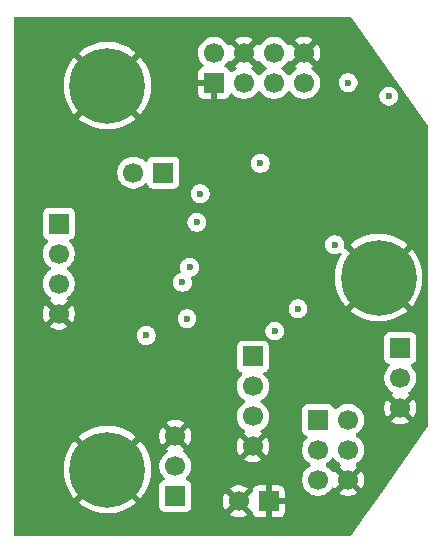
<source format=gbr>
%TF.GenerationSoftware,KiCad,Pcbnew,9.0.6*%
%TF.CreationDate,2025-12-13T14:25:23+01:00*%
%TF.ProjectId,SB_Mod_SR04,53425f4d-6f64-45f5-9352-30342e6b6963,rev?*%
%TF.SameCoordinates,Original*%
%TF.FileFunction,Copper,L3,Inr*%
%TF.FilePolarity,Positive*%
%FSLAX46Y46*%
G04 Gerber Fmt 4.6, Leading zero omitted, Abs format (unit mm)*
G04 Created by KiCad (PCBNEW 9.0.6) date 2025-12-13 14:25:23*
%MOMM*%
%LPD*%
G01*
G04 APERTURE LIST*
%TA.AperFunction,ComponentPad*%
%ADD10R,1.700000X1.700000*%
%TD*%
%TA.AperFunction,ComponentPad*%
%ADD11C,1.700000*%
%TD*%
%TA.AperFunction,ComponentPad*%
%ADD12C,6.400000*%
%TD*%
%TA.AperFunction,ViaPad*%
%ADD13C,0.600000*%
%TD*%
G04 APERTURE END LIST*
D10*
%TO.N,GND*%
%TO.C,J2*%
X122255200Y-117195600D03*
D11*
X119715200Y-117195600D03*
%TD*%
D10*
%TO.N,/SB_ACT*%
%TO.C,J3*%
X120929400Y-104927400D03*
D11*
%TO.N,/SB_DAT*%
X120929400Y-107467400D03*
%TO.N,/SB_CLK*%
X120929400Y-110007400D03*
%TO.N,GND*%
X120929400Y-112547400D03*
%TD*%
D10*
%TO.N,GND*%
%TO.C,SB1*%
X117627400Y-81762600D03*
D11*
%TO.N,+5V*%
X117627400Y-79222600D03*
%TO.N,/SB_CLK*%
X120167400Y-81762600D03*
%TO.N,GND*%
X120167400Y-79222600D03*
%TO.N,/SB_DAT*%
X122707400Y-81762600D03*
%TO.N,/SB_ACT*%
X122707400Y-79222600D03*
%TO.N,+5V*%
X125247400Y-81762600D03*
%TO.N,GND*%
X125247400Y-79222600D03*
%TD*%
D10*
%TO.N,/UPDI*%
%TO.C,J1*%
X133400800Y-104216200D03*
D11*
%TO.N,/PROG_TX*%
X133400800Y-106756200D03*
%TO.N,GND*%
X133400800Y-109296200D03*
%TD*%
D12*
%TO.N,GND*%
%TO.C,H3*%
X108600000Y-114500000D03*
%TD*%
D10*
%TO.N,/A6*%
%TO.C,J5*%
X113334800Y-89357200D03*
D11*
%TO.N,/A7*%
X110794800Y-89357200D03*
%TD*%
D10*
%TO.N,+5V*%
%TO.C,A1*%
X104493500Y-93679000D03*
D11*
%TO.N,/TRIG*%
X104493500Y-96219000D03*
%TO.N,/ECHO*%
X104493500Y-98759000D03*
%TO.N,GND*%
X104493500Y-101299000D03*
%TD*%
D10*
%TO.N,/TX*%
%TO.C,J4*%
X114350800Y-116738400D03*
D11*
%TO.N,/RX*%
X114350800Y-114198400D03*
%TO.N,GND*%
X114350800Y-111658400D03*
%TD*%
D12*
%TO.N,GND*%
%TO.C,H1*%
X108600000Y-82000000D03*
%TD*%
D10*
%TO.N,/UPDI*%
%TO.C,CONN1*%
X126441200Y-110286800D03*
D11*
%TO.N,+5V*%
X128981200Y-110286800D03*
%TO.N,unconnected-(CONN1-nc-Pad3)*%
X126441200Y-112826800D03*
%TO.N,unconnected-(CONN1-nc-Pad4)*%
X128981200Y-112826800D03*
%TO.N,unconnected-(CONN1-nc-Pad5)*%
X126441200Y-115366800D03*
%TO.N,GND*%
X128981200Y-115366800D03*
%TD*%
D12*
%TO.N,GND*%
%TO.C,H2*%
X131572000Y-98250000D03*
%TD*%
D13*
%TO.N,GND*%
X128930400Y-105232200D03*
X107950000Y-100838000D03*
X104775000Y-91186000D03*
X124002800Y-104368600D03*
X109499400Y-94310200D03*
X132664200Y-84810600D03*
X114909600Y-106502200D03*
X123190000Y-91059000D03*
X125780800Y-101828600D03*
X128981200Y-84404200D03*
X126771400Y-92354400D03*
X108458000Y-107823000D03*
X113969800Y-99593400D03*
X113004600Y-96316800D03*
X126847600Y-84404200D03*
%TO.N,+5V*%
X116459000Y-91135200D03*
X128981200Y-81737200D03*
X121539000Y-88569800D03*
X127838200Y-95453200D03*
X132435600Y-82880200D03*
X116179600Y-93573600D03*
%TO.N,/ACT_LED*%
X111887000Y-103149400D03*
X122783600Y-102768400D03*
%TO.N,/ALERT_LED*%
X124739400Y-100888800D03*
X115341400Y-101727000D03*
%TO.N,/A6*%
X115560400Y-97383600D03*
%TO.N,/A7*%
X114960400Y-98653600D03*
%TD*%
%TA.AperFunction,Conductor*%
%TO.N,GND*%
G36*
X127782644Y-113480799D02*
G01*
X127821686Y-113525856D01*
X127826151Y-113534620D01*
X127951090Y-113706586D01*
X128101413Y-113856909D01*
X128273379Y-113981848D01*
X128273381Y-113981849D01*
X128273384Y-113981851D01*
X128282693Y-113986594D01*
X128333490Y-114034566D01*
X128350287Y-114102387D01*
X128327752Y-114168522D01*
X128282705Y-114207560D01*
X128273646Y-114212176D01*
X128273640Y-114212180D01*
X128219482Y-114251527D01*
X128219482Y-114251528D01*
X128851791Y-114883837D01*
X128788207Y-114900875D01*
X128674193Y-114966701D01*
X128581101Y-115059793D01*
X128515275Y-115173807D01*
X128498237Y-115237391D01*
X127865928Y-114605082D01*
X127865927Y-114605082D01*
X127826580Y-114659240D01*
X127826576Y-114659246D01*
X127821960Y-114668305D01*
X127773981Y-114719097D01*
X127706159Y-114735887D01*
X127640026Y-114713343D01*
X127600994Y-114668293D01*
X127596251Y-114658984D01*
X127596249Y-114658981D01*
X127596248Y-114658979D01*
X127471309Y-114487013D01*
X127320986Y-114336690D01*
X127149020Y-114211751D01*
X127140800Y-114207563D01*
X127140254Y-114207285D01*
X127089459Y-114159312D01*
X127072663Y-114091492D01*
X127095199Y-114025356D01*
X127140254Y-113986315D01*
X127149016Y-113981851D01*
X127265254Y-113897400D01*
X127320986Y-113856909D01*
X127320988Y-113856906D01*
X127320992Y-113856904D01*
X127471304Y-113706592D01*
X127471306Y-113706588D01*
X127471309Y-113706586D01*
X127596248Y-113534620D01*
X127596247Y-113534620D01*
X127596251Y-113534616D01*
X127600714Y-113525854D01*
X127648688Y-113475059D01*
X127716508Y-113458263D01*
X127782644Y-113480799D01*
G37*
%TD.AperFunction*%
%TA.AperFunction,Conductor*%
G36*
X121282670Y-79984317D02*
G01*
X121282670Y-79984316D01*
X121322022Y-79930155D01*
X121326632Y-79921107D01*
X121374605Y-79870309D01*
X121442425Y-79853512D01*
X121508561Y-79876047D01*
X121547604Y-79921104D01*
X121552349Y-79930417D01*
X121677290Y-80102386D01*
X121827613Y-80252709D01*
X121999582Y-80377650D01*
X122008346Y-80382116D01*
X122059142Y-80430091D01*
X122075936Y-80497912D01*
X122053398Y-80564047D01*
X122008346Y-80603084D01*
X121999582Y-80607549D01*
X121827613Y-80732490D01*
X121677290Y-80882813D01*
X121552349Y-81054782D01*
X121547884Y-81063546D01*
X121499909Y-81114342D01*
X121432088Y-81131136D01*
X121365953Y-81108598D01*
X121326916Y-81063546D01*
X121322450Y-81054782D01*
X121197509Y-80882813D01*
X121047186Y-80732490D01*
X120875217Y-80607549D01*
X120865904Y-80602804D01*
X120815107Y-80554830D01*
X120798312Y-80487009D01*
X120820849Y-80420874D01*
X120865907Y-80381832D01*
X120874955Y-80377222D01*
X120929116Y-80337870D01*
X120929117Y-80337870D01*
X120296808Y-79705562D01*
X120360393Y-79688525D01*
X120474407Y-79622699D01*
X120567499Y-79529607D01*
X120633325Y-79415593D01*
X120650362Y-79352008D01*
X121282670Y-79984317D01*
G37*
%TD.AperFunction*%
%TA.AperFunction,Conductor*%
G36*
X124781475Y-79415593D02*
G01*
X124847301Y-79529607D01*
X124940393Y-79622699D01*
X125054407Y-79688525D01*
X125117990Y-79705562D01*
X124485682Y-80337869D01*
X124485682Y-80337870D01*
X124539852Y-80377226D01*
X124539851Y-80377226D01*
X124548895Y-80381834D01*
X124599692Y-80429808D01*
X124616487Y-80497629D01*
X124593950Y-80563764D01*
X124548899Y-80602802D01*
X124539582Y-80607549D01*
X124367613Y-80732490D01*
X124217290Y-80882813D01*
X124092349Y-81054782D01*
X124087884Y-81063546D01*
X124039909Y-81114342D01*
X123972088Y-81131136D01*
X123905953Y-81108598D01*
X123866916Y-81063546D01*
X123862450Y-81054782D01*
X123737509Y-80882813D01*
X123587186Y-80732490D01*
X123415220Y-80607551D01*
X123414515Y-80607191D01*
X123406454Y-80603085D01*
X123355659Y-80555112D01*
X123338863Y-80487292D01*
X123361399Y-80421156D01*
X123406454Y-80382115D01*
X123415216Y-80377651D01*
X123504420Y-80312841D01*
X123587186Y-80252709D01*
X123587188Y-80252706D01*
X123587192Y-80252704D01*
X123737504Y-80102392D01*
X123737506Y-80102388D01*
X123737509Y-80102386D01*
X123823290Y-79984317D01*
X123862451Y-79930416D01*
X123867193Y-79921108D01*
X123915163Y-79870311D01*
X123982983Y-79853511D01*
X124049119Y-79876045D01*
X124088163Y-79921100D01*
X124092773Y-79930147D01*
X124132128Y-79984316D01*
X124764437Y-79352008D01*
X124781475Y-79415593D01*
G37*
%TD.AperFunction*%
%TA.AperFunction,Conductor*%
G36*
X119701475Y-79415593D02*
G01*
X119767301Y-79529607D01*
X119860393Y-79622699D01*
X119974407Y-79688525D01*
X120037990Y-79705562D01*
X119405682Y-80337869D01*
X119405682Y-80337870D01*
X119459852Y-80377226D01*
X119459851Y-80377226D01*
X119468895Y-80381834D01*
X119519692Y-80429808D01*
X119536487Y-80497629D01*
X119513950Y-80563764D01*
X119468899Y-80602802D01*
X119459582Y-80607549D01*
X119287615Y-80732489D01*
X119173685Y-80846419D01*
X119112362Y-80879903D01*
X119042670Y-80874919D01*
X118986737Y-80833047D01*
X118969822Y-80802070D01*
X118920754Y-80670513D01*
X118920750Y-80670506D01*
X118834590Y-80555412D01*
X118834587Y-80555409D01*
X118719493Y-80469249D01*
X118719488Y-80469246D01*
X118587928Y-80420177D01*
X118531995Y-80378305D01*
X118507578Y-80312841D01*
X118522430Y-80244568D01*
X118543575Y-80216320D01*
X118657504Y-80102392D01*
X118662485Y-80095537D01*
X118743290Y-79984317D01*
X118782451Y-79930416D01*
X118787193Y-79921108D01*
X118835163Y-79870311D01*
X118902983Y-79853511D01*
X118969119Y-79876045D01*
X119008163Y-79921100D01*
X119012773Y-79930147D01*
X119052128Y-79984316D01*
X119684437Y-79352008D01*
X119701475Y-79415593D01*
G37*
%TD.AperFunction*%
%TA.AperFunction,Conductor*%
G36*
X129213825Y-76176185D02*
G01*
X129248022Y-76208895D01*
X135746736Y-85396929D01*
X135769378Y-85463028D01*
X135769500Y-85468533D01*
X135769500Y-110747988D01*
X135749815Y-110815027D01*
X135747053Y-110819143D01*
X131494374Y-116888593D01*
X130356652Y-118512357D01*
X129246582Y-120096655D01*
X129191991Y-120140263D01*
X129145029Y-120149500D01*
X100827500Y-120149500D01*
X100760461Y-120129815D01*
X100714706Y-120077011D01*
X100703500Y-120025500D01*
X100703500Y-114318234D01*
X104900000Y-114318234D01*
X104900000Y-114681765D01*
X104935632Y-115043556D01*
X105006550Y-115400090D01*
X105006553Y-115400101D01*
X105112086Y-115747997D01*
X105251207Y-116083864D01*
X105251209Y-116083869D01*
X105422570Y-116404462D01*
X105422581Y-116404480D01*
X105624551Y-116706750D01*
X105811678Y-116934765D01*
X105811679Y-116934766D01*
X107305747Y-115440697D01*
X107379588Y-115542330D01*
X107557670Y-115720412D01*
X107659301Y-115794251D01*
X106165232Y-117288319D01*
X106165233Y-117288320D01*
X106393249Y-117475448D01*
X106695519Y-117677418D01*
X106695537Y-117677429D01*
X107016130Y-117848790D01*
X107016135Y-117848792D01*
X107352002Y-117987913D01*
X107699898Y-118093446D01*
X107699909Y-118093449D01*
X108056443Y-118164367D01*
X108418234Y-118200000D01*
X108781766Y-118200000D01*
X109143556Y-118164367D01*
X109256036Y-118141994D01*
X109500090Y-118093449D01*
X109500101Y-118093446D01*
X109847997Y-117987913D01*
X110183864Y-117848792D01*
X110183869Y-117848790D01*
X110504462Y-117677429D01*
X110504480Y-117677418D01*
X110806736Y-117475457D01*
X110806750Y-117475447D01*
X111034765Y-117288320D01*
X111034766Y-117288319D01*
X109540698Y-115794251D01*
X109642330Y-115720412D01*
X109820412Y-115542330D01*
X109894251Y-115440698D01*
X111388319Y-116934766D01*
X111388320Y-116934765D01*
X111575447Y-116706750D01*
X111575457Y-116706736D01*
X111777418Y-116404480D01*
X111777429Y-116404462D01*
X111948790Y-116083869D01*
X111948792Y-116083864D01*
X112087913Y-115747997D01*
X112193446Y-115400101D01*
X112193449Y-115400090D01*
X112264367Y-115043556D01*
X112300000Y-114681765D01*
X112300000Y-114318234D01*
X112278447Y-114099395D01*
X112277730Y-114092113D01*
X113000300Y-114092113D01*
X113000300Y-114304686D01*
X113031234Y-114500000D01*
X113033554Y-114514643D01*
X113087855Y-114681765D01*
X113099244Y-114716814D01*
X113195751Y-114906220D01*
X113320690Y-115078186D01*
X113434230Y-115191726D01*
X113467715Y-115253049D01*
X113462731Y-115322741D01*
X113420859Y-115378674D01*
X113389883Y-115395589D01*
X113258469Y-115444603D01*
X113258464Y-115444606D01*
X113143255Y-115530852D01*
X113143252Y-115530855D01*
X113057006Y-115646064D01*
X113057002Y-115646071D01*
X113006708Y-115780917D01*
X113001139Y-115832725D01*
X113000301Y-115840523D01*
X113000300Y-115840535D01*
X113000300Y-117636270D01*
X113000301Y-117636276D01*
X113006708Y-117695883D01*
X113057002Y-117830728D01*
X113057006Y-117830735D01*
X113143252Y-117945944D01*
X113143255Y-117945947D01*
X113258464Y-118032193D01*
X113258471Y-118032197D01*
X113393317Y-118082491D01*
X113393316Y-118082491D01*
X113400244Y-118083235D01*
X113452927Y-118088900D01*
X115248672Y-118088899D01*
X115308283Y-118082491D01*
X115443131Y-118032196D01*
X115558346Y-117945946D01*
X115644596Y-117830731D01*
X115694891Y-117695883D01*
X115701300Y-117636273D01*
X115701299Y-117089353D01*
X118365200Y-117089353D01*
X118365200Y-117301846D01*
X118398442Y-117511727D01*
X118398442Y-117511730D01*
X118464104Y-117713817D01*
X118560575Y-117903150D01*
X118599928Y-117957316D01*
X119232237Y-117325008D01*
X119249275Y-117388593D01*
X119315101Y-117502607D01*
X119408193Y-117595699D01*
X119522207Y-117661525D01*
X119585790Y-117678562D01*
X118953482Y-118310869D01*
X118953482Y-118310870D01*
X119007649Y-118350224D01*
X119196982Y-118446695D01*
X119399070Y-118512357D01*
X119608954Y-118545600D01*
X119821446Y-118545600D01*
X120031327Y-118512357D01*
X120031330Y-118512357D01*
X120233417Y-118446695D01*
X120422754Y-118350222D01*
X120476916Y-118310870D01*
X120476917Y-118310870D01*
X119844608Y-117678562D01*
X119908193Y-117661525D01*
X120022207Y-117595699D01*
X120115299Y-117502607D01*
X120181125Y-117388593D01*
X120198162Y-117325008D01*
X120867556Y-117994403D01*
X120901041Y-118055726D01*
X120900126Y-118070431D01*
X120902697Y-118070155D01*
X120911601Y-118152973D01*
X120911603Y-118152980D01*
X120961845Y-118287686D01*
X120961849Y-118287693D01*
X121048009Y-118402787D01*
X121048012Y-118402790D01*
X121163106Y-118488950D01*
X121163113Y-118488954D01*
X121297820Y-118539196D01*
X121297827Y-118539198D01*
X121357355Y-118545599D01*
X121357372Y-118545600D01*
X122005200Y-118545600D01*
X122005200Y-117628612D01*
X122062207Y-117661525D01*
X122189374Y-117695600D01*
X122321026Y-117695600D01*
X122448193Y-117661525D01*
X122505200Y-117628612D01*
X122505200Y-118545600D01*
X123153028Y-118545600D01*
X123153044Y-118545599D01*
X123212572Y-118539198D01*
X123212579Y-118539196D01*
X123347286Y-118488954D01*
X123347293Y-118488950D01*
X123462387Y-118402790D01*
X123462390Y-118402787D01*
X123548550Y-118287693D01*
X123548554Y-118287686D01*
X123598796Y-118152979D01*
X123598798Y-118152972D01*
X123605199Y-118093444D01*
X123605200Y-118093427D01*
X123605200Y-117445600D01*
X122688212Y-117445600D01*
X122721125Y-117388593D01*
X122755200Y-117261426D01*
X122755200Y-117129774D01*
X122721125Y-117002607D01*
X122688212Y-116945600D01*
X123605200Y-116945600D01*
X123605200Y-116297772D01*
X123605199Y-116297755D01*
X123598798Y-116238227D01*
X123598796Y-116238220D01*
X123548554Y-116103513D01*
X123548550Y-116103506D01*
X123462390Y-115988412D01*
X123462387Y-115988409D01*
X123347293Y-115902249D01*
X123347286Y-115902245D01*
X123212579Y-115852003D01*
X123212572Y-115852001D01*
X123153044Y-115845600D01*
X122505200Y-115845600D01*
X122505200Y-116762588D01*
X122448193Y-116729675D01*
X122321026Y-116695600D01*
X122189374Y-116695600D01*
X122062207Y-116729675D01*
X122005200Y-116762588D01*
X122005200Y-115845600D01*
X121357355Y-115845600D01*
X121297827Y-115852001D01*
X121297820Y-115852003D01*
X121163113Y-115902245D01*
X121163106Y-115902249D01*
X121048012Y-115988409D01*
X121048009Y-115988412D01*
X120961849Y-116103506D01*
X120961845Y-116103513D01*
X120911603Y-116238219D01*
X120911601Y-116238226D01*
X120902697Y-116321044D01*
X120899634Y-116320714D01*
X120900536Y-116337694D01*
X120867556Y-116396795D01*
X120198162Y-117066190D01*
X120181125Y-117002607D01*
X120115299Y-116888593D01*
X120022207Y-116795501D01*
X119908193Y-116729675D01*
X119844609Y-116712637D01*
X120476916Y-116080328D01*
X120422750Y-116040975D01*
X120233417Y-115944504D01*
X120031329Y-115878842D01*
X119821446Y-115845600D01*
X119608954Y-115845600D01*
X119399072Y-115878842D01*
X119399069Y-115878842D01*
X119196982Y-115944504D01*
X119007639Y-116040980D01*
X118953482Y-116080327D01*
X118953482Y-116080328D01*
X119585791Y-116712637D01*
X119522207Y-116729675D01*
X119408193Y-116795501D01*
X119315101Y-116888593D01*
X119249275Y-117002607D01*
X119232237Y-117066191D01*
X118599928Y-116433882D01*
X118599927Y-116433882D01*
X118560580Y-116488039D01*
X118464104Y-116677382D01*
X118398442Y-116879469D01*
X118398442Y-116879472D01*
X118365200Y-117089353D01*
X115701299Y-117089353D01*
X115701299Y-116729675D01*
X115701299Y-116127587D01*
X115701299Y-115840529D01*
X115701298Y-115840523D01*
X115701297Y-115840516D01*
X115694891Y-115780917D01*
X115672302Y-115720354D01*
X115644597Y-115646071D01*
X115644593Y-115646064D01*
X115558347Y-115530855D01*
X115558344Y-115530852D01*
X115443135Y-115444606D01*
X115443128Y-115444602D01*
X115311717Y-115395589D01*
X115255783Y-115353718D01*
X115231366Y-115288253D01*
X115246218Y-115219980D01*
X115267363Y-115191732D01*
X115380904Y-115078192D01*
X115400901Y-115050669D01*
X115505848Y-114906220D01*
X115505847Y-114906220D01*
X115505851Y-114906216D01*
X115602357Y-114716812D01*
X115668046Y-114514643D01*
X115701300Y-114304687D01*
X115701300Y-114092113D01*
X115668046Y-113882157D01*
X115602357Y-113679988D01*
X115505851Y-113490584D01*
X115505849Y-113490581D01*
X115505848Y-113490579D01*
X115380909Y-113318613D01*
X115230586Y-113168290D01*
X115058617Y-113043349D01*
X115049304Y-113038604D01*
X114998507Y-112990630D01*
X114981712Y-112922809D01*
X115004249Y-112856674D01*
X115049307Y-112817632D01*
X115058355Y-112813022D01*
X115112516Y-112773670D01*
X115112517Y-112773670D01*
X114480208Y-112141362D01*
X114543793Y-112124325D01*
X114657807Y-112058499D01*
X114750899Y-111965407D01*
X114816725Y-111851393D01*
X114833762Y-111787808D01*
X115466070Y-112420117D01*
X115466070Y-112420116D01*
X115505423Y-112365953D01*
X115601895Y-112176617D01*
X115667557Y-111974530D01*
X115667557Y-111974527D01*
X115700800Y-111764646D01*
X115700800Y-111552153D01*
X115667557Y-111342272D01*
X115667557Y-111342269D01*
X115601895Y-111140182D01*
X115505424Y-110950849D01*
X115466070Y-110896682D01*
X115466069Y-110896682D01*
X114833762Y-111528990D01*
X114816725Y-111465407D01*
X114750899Y-111351393D01*
X114657807Y-111258301D01*
X114543793Y-111192475D01*
X114480209Y-111175437D01*
X115112516Y-110543128D01*
X115058350Y-110503775D01*
X114869017Y-110407304D01*
X114666929Y-110341642D01*
X114457046Y-110308400D01*
X114244554Y-110308400D01*
X114034672Y-110341642D01*
X114034669Y-110341642D01*
X113832582Y-110407304D01*
X113643239Y-110503780D01*
X113589082Y-110543127D01*
X113589082Y-110543128D01*
X114221391Y-111175437D01*
X114157807Y-111192475D01*
X114043793Y-111258301D01*
X113950701Y-111351393D01*
X113884875Y-111465407D01*
X113867837Y-111528991D01*
X113235528Y-110896682D01*
X113235527Y-110896682D01*
X113196180Y-110950839D01*
X113099704Y-111140182D01*
X113034042Y-111342269D01*
X113034042Y-111342272D01*
X113000800Y-111552153D01*
X113000800Y-111764646D01*
X113034042Y-111974527D01*
X113034042Y-111974530D01*
X113099704Y-112176617D01*
X113196175Y-112365950D01*
X113235528Y-112420116D01*
X113867837Y-111787808D01*
X113884875Y-111851393D01*
X113950701Y-111965407D01*
X114043793Y-112058499D01*
X114157807Y-112124325D01*
X114221390Y-112141362D01*
X113589082Y-112773669D01*
X113589082Y-112773670D01*
X113643252Y-112813026D01*
X113643251Y-112813026D01*
X113652295Y-112817634D01*
X113703092Y-112865608D01*
X113719887Y-112933429D01*
X113697350Y-112999564D01*
X113652299Y-113038602D01*
X113642982Y-113043349D01*
X113471013Y-113168290D01*
X113320690Y-113318613D01*
X113195751Y-113490579D01*
X113099244Y-113679985D01*
X113033553Y-113882160D01*
X113000300Y-114092113D01*
X112277730Y-114092113D01*
X112264367Y-113956443D01*
X112193449Y-113599909D01*
X112193446Y-113599898D01*
X112087913Y-113252002D01*
X111948792Y-112916135D01*
X111948790Y-112916130D01*
X111777429Y-112595537D01*
X111777418Y-112595519D01*
X111575448Y-112293249D01*
X111388320Y-112065233D01*
X111388319Y-112065232D01*
X109894251Y-113559300D01*
X109820412Y-113457670D01*
X109642330Y-113279588D01*
X109540698Y-113205748D01*
X111034766Y-111711679D01*
X110951244Y-111643135D01*
X110951242Y-111643132D01*
X110806750Y-111524551D01*
X110504480Y-111322581D01*
X110504462Y-111322570D01*
X110183869Y-111151209D01*
X110183864Y-111151207D01*
X109847997Y-111012086D01*
X109500101Y-110906553D01*
X109500090Y-110906550D01*
X109143556Y-110835632D01*
X108781766Y-110800000D01*
X108418234Y-110800000D01*
X108056443Y-110835632D01*
X107699909Y-110906550D01*
X107699898Y-110906553D01*
X107352002Y-111012086D01*
X107016135Y-111151207D01*
X107016130Y-111151209D01*
X106695537Y-111322570D01*
X106695519Y-111322581D01*
X106393258Y-111524545D01*
X106393254Y-111524548D01*
X106165233Y-111711679D01*
X106165233Y-111711680D01*
X107659301Y-113205748D01*
X107557670Y-113279588D01*
X107379588Y-113457670D01*
X107305748Y-113559301D01*
X105811680Y-112065233D01*
X105811679Y-112065233D01*
X105624548Y-112293254D01*
X105624545Y-112293258D01*
X105422581Y-112595519D01*
X105422570Y-112595537D01*
X105251209Y-112916130D01*
X105251207Y-112916135D01*
X105112086Y-113252002D01*
X105006553Y-113599898D01*
X105006550Y-113599909D01*
X104935632Y-113956443D01*
X104900000Y-114318234D01*
X100703500Y-114318234D01*
X100703500Y-104029535D01*
X119578900Y-104029535D01*
X119578900Y-105825270D01*
X119578901Y-105825276D01*
X119585308Y-105884883D01*
X119635602Y-106019728D01*
X119635606Y-106019735D01*
X119721852Y-106134944D01*
X119721855Y-106134947D01*
X119837064Y-106221193D01*
X119837071Y-106221197D01*
X119968482Y-106270210D01*
X120024416Y-106312081D01*
X120048833Y-106377545D01*
X120033982Y-106445818D01*
X120012831Y-106474073D01*
X119899289Y-106587615D01*
X119774351Y-106759579D01*
X119677844Y-106948985D01*
X119612153Y-107151160D01*
X119592600Y-107274614D01*
X119578900Y-107361113D01*
X119578900Y-107573687D01*
X119612154Y-107783643D01*
X119655157Y-107915993D01*
X119677844Y-107985814D01*
X119774351Y-108175220D01*
X119899290Y-108347186D01*
X120049613Y-108497509D01*
X120221582Y-108622450D01*
X120230346Y-108626916D01*
X120281142Y-108674891D01*
X120297936Y-108742712D01*
X120275398Y-108808847D01*
X120230346Y-108847884D01*
X120221582Y-108852349D01*
X120049613Y-108977290D01*
X119899290Y-109127613D01*
X119774351Y-109299579D01*
X119677844Y-109488985D01*
X119612153Y-109691160D01*
X119578900Y-109901113D01*
X119578900Y-110113686D01*
X119609739Y-110308400D01*
X119612154Y-110323643D01*
X119670684Y-110503780D01*
X119677844Y-110525814D01*
X119774351Y-110715220D01*
X119899290Y-110887186D01*
X120049613Y-111037509D01*
X120221579Y-111162448D01*
X120221581Y-111162449D01*
X120221584Y-111162451D01*
X120230893Y-111167194D01*
X120281690Y-111215166D01*
X120298487Y-111282987D01*
X120275952Y-111349122D01*
X120230905Y-111388160D01*
X120221846Y-111392776D01*
X120221840Y-111392780D01*
X120167682Y-111432127D01*
X120167682Y-111432128D01*
X120799991Y-112064437D01*
X120736407Y-112081475D01*
X120622393Y-112147301D01*
X120529301Y-112240393D01*
X120463475Y-112354407D01*
X120446437Y-112417991D01*
X119814128Y-111785682D01*
X119814127Y-111785682D01*
X119774780Y-111839839D01*
X119678304Y-112029182D01*
X119612642Y-112231269D01*
X119612642Y-112231272D01*
X119579400Y-112441153D01*
X119579400Y-112653646D01*
X119612642Y-112863527D01*
X119612642Y-112863530D01*
X119678304Y-113065617D01*
X119774775Y-113254950D01*
X119814128Y-113309116D01*
X120446437Y-112676808D01*
X120463475Y-112740393D01*
X120529301Y-112854407D01*
X120622393Y-112947499D01*
X120736407Y-113013325D01*
X120799990Y-113030362D01*
X120167682Y-113662669D01*
X120167682Y-113662670D01*
X120221849Y-113702024D01*
X120411182Y-113798495D01*
X120613270Y-113864157D01*
X120823154Y-113897400D01*
X121035646Y-113897400D01*
X121245527Y-113864157D01*
X121245530Y-113864157D01*
X121447617Y-113798495D01*
X121636954Y-113702022D01*
X121691116Y-113662670D01*
X121691117Y-113662670D01*
X121058808Y-113030362D01*
X121122393Y-113013325D01*
X121236407Y-112947499D01*
X121329499Y-112854407D01*
X121395325Y-112740393D01*
X121412362Y-112676808D01*
X122044670Y-113309117D01*
X122044670Y-113309116D01*
X122084022Y-113254954D01*
X122180495Y-113065617D01*
X122246157Y-112863530D01*
X122246157Y-112863527D01*
X122279400Y-112653646D01*
X122279400Y-112441153D01*
X122246157Y-112231272D01*
X122246157Y-112231269D01*
X122180495Y-112029182D01*
X122084024Y-111839849D01*
X122044670Y-111785682D01*
X122044669Y-111785682D01*
X121412362Y-112417990D01*
X121395325Y-112354407D01*
X121329499Y-112240393D01*
X121236407Y-112147301D01*
X121122393Y-112081475D01*
X121058809Y-112064437D01*
X121691116Y-111432128D01*
X121636947Y-111392773D01*
X121636947Y-111392772D01*
X121627900Y-111388163D01*
X121577106Y-111340188D01*
X121560312Y-111272366D01*
X121582851Y-111206232D01*
X121627908Y-111167193D01*
X121637216Y-111162451D01*
X121729063Y-111095721D01*
X121809186Y-111037509D01*
X121809188Y-111037506D01*
X121809192Y-111037504D01*
X121959504Y-110887192D01*
X121959506Y-110887188D01*
X121959509Y-110887186D01*
X122084448Y-110715220D01*
X122084447Y-110715220D01*
X122084451Y-110715216D01*
X122180957Y-110525812D01*
X122246646Y-110323643D01*
X122279900Y-110113687D01*
X122279900Y-109901113D01*
X122246646Y-109691157D01*
X122180957Y-109488988D01*
X122129978Y-109388935D01*
X125090700Y-109388935D01*
X125090700Y-111184670D01*
X125090701Y-111184676D01*
X125097108Y-111244283D01*
X125147402Y-111379128D01*
X125147406Y-111379135D01*
X125233652Y-111494344D01*
X125233655Y-111494347D01*
X125348864Y-111580593D01*
X125348871Y-111580597D01*
X125480282Y-111629610D01*
X125536216Y-111671481D01*
X125560633Y-111736945D01*
X125545782Y-111805218D01*
X125524631Y-111833473D01*
X125411089Y-111947015D01*
X125286151Y-112118979D01*
X125189644Y-112308385D01*
X125123953Y-112510560D01*
X125101291Y-112653646D01*
X125090700Y-112720513D01*
X125090700Y-112933087D01*
X125092879Y-112946843D01*
X125122134Y-113131557D01*
X125123954Y-113143043D01*
X125181000Y-113318613D01*
X125189644Y-113345214D01*
X125286151Y-113534620D01*
X125411090Y-113706586D01*
X125561413Y-113856909D01*
X125733382Y-113981850D01*
X125742146Y-113986316D01*
X125792942Y-114034291D01*
X125809736Y-114102112D01*
X125787198Y-114168247D01*
X125742146Y-114207284D01*
X125733382Y-114211749D01*
X125561413Y-114336690D01*
X125411090Y-114487013D01*
X125286151Y-114658979D01*
X125189644Y-114848385D01*
X125123953Y-115050560D01*
X125090700Y-115260513D01*
X125090700Y-115473086D01*
X125123935Y-115682927D01*
X125123954Y-115683043D01*
X125187573Y-115878842D01*
X125189644Y-115885214D01*
X125286151Y-116074620D01*
X125411090Y-116246586D01*
X125561413Y-116396909D01*
X125733379Y-116521848D01*
X125733381Y-116521849D01*
X125733384Y-116521851D01*
X125922788Y-116618357D01*
X126124957Y-116684046D01*
X126334913Y-116717300D01*
X126334914Y-116717300D01*
X126547486Y-116717300D01*
X126547487Y-116717300D01*
X126757443Y-116684046D01*
X126959612Y-116618357D01*
X127149016Y-116521851D01*
X127270096Y-116433882D01*
X127320986Y-116396909D01*
X127320988Y-116396906D01*
X127320992Y-116396904D01*
X127471304Y-116246592D01*
X127471306Y-116246588D01*
X127471309Y-116246586D01*
X127557090Y-116128517D01*
X127596251Y-116074616D01*
X127600993Y-116065308D01*
X127648963Y-116014511D01*
X127716783Y-115997711D01*
X127782919Y-116020245D01*
X127821963Y-116065300D01*
X127826573Y-116074347D01*
X127865928Y-116128516D01*
X128498237Y-115496208D01*
X128515275Y-115559793D01*
X128581101Y-115673807D01*
X128674193Y-115766899D01*
X128788207Y-115832725D01*
X128851790Y-115849762D01*
X128219482Y-116482069D01*
X128219482Y-116482070D01*
X128273649Y-116521424D01*
X128462982Y-116617895D01*
X128665070Y-116683557D01*
X128874954Y-116716800D01*
X129087446Y-116716800D01*
X129297327Y-116683557D01*
X129297330Y-116683557D01*
X129499417Y-116617895D01*
X129688754Y-116521422D01*
X129742916Y-116482070D01*
X129742917Y-116482070D01*
X129110608Y-115849762D01*
X129174193Y-115832725D01*
X129288207Y-115766899D01*
X129381299Y-115673807D01*
X129447125Y-115559793D01*
X129464162Y-115496208D01*
X130096470Y-116128517D01*
X130096470Y-116128516D01*
X130135822Y-116074354D01*
X130232295Y-115885017D01*
X130297957Y-115682930D01*
X130297957Y-115682927D01*
X130331200Y-115473046D01*
X130331200Y-115260553D01*
X130297957Y-115050672D01*
X130297957Y-115050669D01*
X130232295Y-114848582D01*
X130135824Y-114659249D01*
X130096470Y-114605082D01*
X130096469Y-114605082D01*
X129464162Y-115237390D01*
X129447125Y-115173807D01*
X129381299Y-115059793D01*
X129288207Y-114966701D01*
X129174193Y-114900875D01*
X129110609Y-114883837D01*
X129742916Y-114251528D01*
X129688747Y-114212173D01*
X129688747Y-114212172D01*
X129679700Y-114207563D01*
X129628906Y-114159588D01*
X129612112Y-114091766D01*
X129634651Y-114025632D01*
X129679708Y-113986593D01*
X129689016Y-113981851D01*
X129826230Y-113882160D01*
X129860986Y-113856909D01*
X129860988Y-113856906D01*
X129860992Y-113856904D01*
X130011304Y-113706592D01*
X130011306Y-113706588D01*
X130011309Y-113706586D01*
X130136248Y-113534620D01*
X130136247Y-113534620D01*
X130136251Y-113534616D01*
X130232757Y-113345212D01*
X130298446Y-113143043D01*
X130331700Y-112933087D01*
X130331700Y-112720513D01*
X130298446Y-112510557D01*
X130232757Y-112308388D01*
X130136251Y-112118984D01*
X130136249Y-112118981D01*
X130136248Y-112118979D01*
X130011309Y-111947013D01*
X129860986Y-111796690D01*
X129689020Y-111671751D01*
X129688315Y-111671391D01*
X129680254Y-111667285D01*
X129629459Y-111619312D01*
X129612663Y-111551492D01*
X129635199Y-111485356D01*
X129680254Y-111446315D01*
X129689016Y-111441851D01*
X129756557Y-111392780D01*
X129860986Y-111316909D01*
X129860988Y-111316906D01*
X129860992Y-111316904D01*
X130011304Y-111166592D01*
X130011306Y-111166588D01*
X130011309Y-111166586D01*
X130136248Y-110994620D01*
X130136247Y-110994620D01*
X130136251Y-110994616D01*
X130232757Y-110805212D01*
X130298446Y-110603043D01*
X130331700Y-110393087D01*
X130331700Y-110180513D01*
X130298446Y-109970557D01*
X130232757Y-109768388D01*
X130136251Y-109578984D01*
X130136249Y-109578981D01*
X130136248Y-109578979D01*
X130011309Y-109407013D01*
X129860986Y-109256690D01*
X129689020Y-109131751D01*
X129499614Y-109035244D01*
X129499613Y-109035243D01*
X129499612Y-109035243D01*
X129297443Y-108969554D01*
X129297441Y-108969553D01*
X129297440Y-108969553D01*
X129136157Y-108944008D01*
X129087487Y-108936300D01*
X128874913Y-108936300D01*
X128826242Y-108944008D01*
X128664960Y-108969553D01*
X128462785Y-109035244D01*
X128273379Y-109131751D01*
X128101415Y-109256689D01*
X127987873Y-109370231D01*
X127926550Y-109403715D01*
X127856858Y-109398731D01*
X127800925Y-109356859D01*
X127784010Y-109325882D01*
X127734997Y-109194471D01*
X127734993Y-109194464D01*
X127648747Y-109079255D01*
X127648744Y-109079252D01*
X127533535Y-108993006D01*
X127533528Y-108993002D01*
X127398682Y-108942708D01*
X127398683Y-108942708D01*
X127339083Y-108936301D01*
X127339081Y-108936300D01*
X127339073Y-108936300D01*
X127339064Y-108936300D01*
X125543329Y-108936300D01*
X125543323Y-108936301D01*
X125483716Y-108942708D01*
X125348871Y-108993002D01*
X125348864Y-108993006D01*
X125233655Y-109079252D01*
X125233652Y-109079255D01*
X125147406Y-109194464D01*
X125147402Y-109194471D01*
X125097108Y-109329317D01*
X125090701Y-109388916D01*
X125090700Y-109388935D01*
X122129978Y-109388935D01*
X122084451Y-109299584D01*
X122084449Y-109299581D01*
X122084448Y-109299579D01*
X121959509Y-109127613D01*
X121809186Y-108977290D01*
X121637220Y-108852351D01*
X121636515Y-108851991D01*
X121628454Y-108847885D01*
X121577659Y-108799912D01*
X121560863Y-108732092D01*
X121583399Y-108665956D01*
X121628454Y-108626915D01*
X121637216Y-108622451D01*
X121758296Y-108534482D01*
X121809186Y-108497509D01*
X121809188Y-108497506D01*
X121809192Y-108497504D01*
X121959504Y-108347192D01*
X121959506Y-108347188D01*
X121959509Y-108347186D01*
X122084448Y-108175220D01*
X122084447Y-108175220D01*
X122084451Y-108175216D01*
X122180957Y-107985812D01*
X122246646Y-107783643D01*
X122279900Y-107573687D01*
X122279900Y-107361113D01*
X122246646Y-107151157D01*
X122180957Y-106948988D01*
X122084451Y-106759584D01*
X122084449Y-106759581D01*
X122084448Y-106759579D01*
X121959509Y-106587613D01*
X121845969Y-106474073D01*
X121812484Y-106412750D01*
X121817468Y-106343058D01*
X121859340Y-106287125D01*
X121890315Y-106270210D01*
X122021731Y-106221196D01*
X122136946Y-106134946D01*
X122223196Y-106019731D01*
X122273491Y-105884883D01*
X122279900Y-105825273D01*
X122279899Y-104029528D01*
X122273491Y-103969917D01*
X122266025Y-103949900D01*
X122223197Y-103835071D01*
X122223193Y-103835064D01*
X122136947Y-103719855D01*
X122136944Y-103719852D01*
X122021735Y-103633606D01*
X122021728Y-103633602D01*
X121886882Y-103583308D01*
X121886883Y-103583308D01*
X121827283Y-103576901D01*
X121827281Y-103576900D01*
X121827273Y-103576900D01*
X121827264Y-103576900D01*
X120031529Y-103576900D01*
X120031523Y-103576901D01*
X119971916Y-103583308D01*
X119837071Y-103633602D01*
X119837064Y-103633606D01*
X119721855Y-103719852D01*
X119721852Y-103719855D01*
X119635606Y-103835064D01*
X119635602Y-103835071D01*
X119585308Y-103969917D01*
X119578901Y-104029516D01*
X119578901Y-104029523D01*
X119578900Y-104029535D01*
X100703500Y-104029535D01*
X100703500Y-103070553D01*
X111086500Y-103070553D01*
X111086500Y-103228246D01*
X111117261Y-103382889D01*
X111117264Y-103382901D01*
X111177602Y-103528572D01*
X111177609Y-103528585D01*
X111265210Y-103659688D01*
X111265213Y-103659692D01*
X111376707Y-103771186D01*
X111376711Y-103771189D01*
X111507814Y-103858790D01*
X111507827Y-103858797D01*
X111653498Y-103919135D01*
X111653503Y-103919137D01*
X111808153Y-103949899D01*
X111808156Y-103949900D01*
X111808158Y-103949900D01*
X111965844Y-103949900D01*
X111965845Y-103949899D01*
X112120497Y-103919137D01*
X112131183Y-103914710D01*
X112138585Y-103911645D01*
X112266172Y-103858797D01*
X112266172Y-103858796D01*
X112266179Y-103858794D01*
X112397289Y-103771189D01*
X112508789Y-103659689D01*
X112596394Y-103528579D01*
X112656737Y-103382897D01*
X112687500Y-103228242D01*
X112687500Y-103070558D01*
X112687500Y-103070555D01*
X112687499Y-103070553D01*
X112656737Y-102915903D01*
X112635943Y-102865701D01*
X112596397Y-102770227D01*
X112596393Y-102770220D01*
X112584458Y-102752358D01*
X112584457Y-102752356D01*
X112542493Y-102689553D01*
X121983100Y-102689553D01*
X121983100Y-102847246D01*
X122013861Y-103001889D01*
X122013864Y-103001901D01*
X122074202Y-103147572D01*
X122074209Y-103147585D01*
X122161810Y-103278688D01*
X122161813Y-103278692D01*
X122273307Y-103390186D01*
X122273311Y-103390189D01*
X122404414Y-103477790D01*
X122404427Y-103477797D01*
X122527042Y-103528585D01*
X122550103Y-103538137D01*
X122704753Y-103568899D01*
X122704756Y-103568900D01*
X122704758Y-103568900D01*
X122862444Y-103568900D01*
X122862445Y-103568899D01*
X123017097Y-103538137D01*
X123162779Y-103477794D01*
X123293889Y-103390189D01*
X123365743Y-103318335D01*
X132050300Y-103318335D01*
X132050300Y-105114070D01*
X132050301Y-105114076D01*
X132056708Y-105173683D01*
X132107002Y-105308528D01*
X132107006Y-105308535D01*
X132193252Y-105423744D01*
X132193255Y-105423747D01*
X132308464Y-105509993D01*
X132308471Y-105509997D01*
X132439882Y-105559010D01*
X132495816Y-105600881D01*
X132520233Y-105666345D01*
X132505382Y-105734618D01*
X132484231Y-105762873D01*
X132370689Y-105876415D01*
X132245751Y-106048379D01*
X132149244Y-106237785D01*
X132083553Y-106439960D01*
X132050300Y-106649913D01*
X132050300Y-106862486D01*
X132083553Y-107072439D01*
X132149244Y-107274614D01*
X132245751Y-107464020D01*
X132370690Y-107635986D01*
X132521013Y-107786309D01*
X132692979Y-107911248D01*
X132692981Y-107911249D01*
X132692984Y-107911251D01*
X132702293Y-107915994D01*
X132753090Y-107963966D01*
X132769887Y-108031787D01*
X132747352Y-108097922D01*
X132702305Y-108136960D01*
X132693246Y-108141576D01*
X132693240Y-108141580D01*
X132639082Y-108180927D01*
X132639082Y-108180928D01*
X133271391Y-108813237D01*
X133207807Y-108830275D01*
X133093793Y-108896101D01*
X133000701Y-108989193D01*
X132934875Y-109103207D01*
X132917837Y-109166791D01*
X132285528Y-108534482D01*
X132285527Y-108534482D01*
X132246180Y-108588639D01*
X132149704Y-108777982D01*
X132084042Y-108980069D01*
X132084042Y-108980072D01*
X132050800Y-109189953D01*
X132050800Y-109402446D01*
X132084042Y-109612327D01*
X132084042Y-109612330D01*
X132149704Y-109814417D01*
X132246175Y-110003750D01*
X132285528Y-110057916D01*
X132917837Y-109425608D01*
X132934875Y-109489193D01*
X133000701Y-109603207D01*
X133093793Y-109696299D01*
X133207807Y-109762125D01*
X133271390Y-109779162D01*
X132639082Y-110411469D01*
X132639082Y-110411470D01*
X132693249Y-110450824D01*
X132882582Y-110547295D01*
X133084670Y-110612957D01*
X133294554Y-110646200D01*
X133507046Y-110646200D01*
X133716927Y-110612957D01*
X133716930Y-110612957D01*
X133919017Y-110547295D01*
X134108354Y-110450822D01*
X134162516Y-110411470D01*
X134162517Y-110411470D01*
X133530208Y-109779162D01*
X133593793Y-109762125D01*
X133707807Y-109696299D01*
X133800899Y-109603207D01*
X133866725Y-109489193D01*
X133883762Y-109425608D01*
X134516070Y-110057917D01*
X134516070Y-110057916D01*
X134555422Y-110003754D01*
X134651895Y-109814417D01*
X134717557Y-109612330D01*
X134717557Y-109612327D01*
X134750800Y-109402446D01*
X134750800Y-109189953D01*
X134717557Y-108980072D01*
X134717557Y-108980069D01*
X134651895Y-108777982D01*
X134555424Y-108588649D01*
X134516070Y-108534482D01*
X134516069Y-108534482D01*
X133883762Y-109166790D01*
X133866725Y-109103207D01*
X133800899Y-108989193D01*
X133707807Y-108896101D01*
X133593793Y-108830275D01*
X133530209Y-108813237D01*
X134162516Y-108180928D01*
X134108347Y-108141573D01*
X134108347Y-108141572D01*
X134099300Y-108136963D01*
X134048506Y-108088988D01*
X134031712Y-108021166D01*
X134054251Y-107955032D01*
X134099308Y-107915993D01*
X134108616Y-107911251D01*
X134187807Y-107853715D01*
X134280586Y-107786309D01*
X134280588Y-107786306D01*
X134280592Y-107786304D01*
X134430904Y-107635992D01*
X134430906Y-107635988D01*
X134430909Y-107635986D01*
X134555848Y-107464020D01*
X134555847Y-107464020D01*
X134555851Y-107464016D01*
X134652357Y-107274612D01*
X134718046Y-107072443D01*
X134751300Y-106862487D01*
X134751300Y-106649913D01*
X134718046Y-106439957D01*
X134652357Y-106237788D01*
X134555851Y-106048384D01*
X134555849Y-106048381D01*
X134555848Y-106048379D01*
X134430909Y-105876413D01*
X134317369Y-105762873D01*
X134283884Y-105701550D01*
X134288868Y-105631858D01*
X134330740Y-105575925D01*
X134361715Y-105559010D01*
X134493131Y-105509996D01*
X134608346Y-105423746D01*
X134694596Y-105308531D01*
X134744891Y-105173683D01*
X134751300Y-105114073D01*
X134751299Y-103318328D01*
X134744891Y-103258717D01*
X134740190Y-103246114D01*
X134694597Y-103123871D01*
X134694593Y-103123864D01*
X134608347Y-103008655D01*
X134608344Y-103008652D01*
X134493135Y-102922406D01*
X134493128Y-102922402D01*
X134358282Y-102872108D01*
X134358283Y-102872108D01*
X134298683Y-102865701D01*
X134298681Y-102865700D01*
X134298673Y-102865700D01*
X134298664Y-102865700D01*
X132502929Y-102865700D01*
X132502923Y-102865701D01*
X132443316Y-102872108D01*
X132308471Y-102922402D01*
X132308464Y-102922406D01*
X132193255Y-103008652D01*
X132193252Y-103008655D01*
X132107006Y-103123864D01*
X132107002Y-103123871D01*
X132056708Y-103258717D01*
X132054561Y-103278692D01*
X132050301Y-103318323D01*
X132050300Y-103318335D01*
X123365743Y-103318335D01*
X123405389Y-103278689D01*
X123492994Y-103147579D01*
X123553337Y-103001897D01*
X123584100Y-102847242D01*
X123584100Y-102689558D01*
X123584100Y-102689555D01*
X123584099Y-102689553D01*
X123574065Y-102639111D01*
X123553337Y-102534903D01*
X123537528Y-102496737D01*
X123492997Y-102389227D01*
X123492990Y-102389214D01*
X123405389Y-102258111D01*
X123405386Y-102258107D01*
X123293892Y-102146613D01*
X123293888Y-102146610D01*
X123162785Y-102059009D01*
X123162772Y-102059002D01*
X123017101Y-101998664D01*
X123017089Y-101998661D01*
X122862445Y-101967900D01*
X122862442Y-101967900D01*
X122704758Y-101967900D01*
X122704755Y-101967900D01*
X122550110Y-101998661D01*
X122550098Y-101998664D01*
X122404427Y-102059002D01*
X122404414Y-102059009D01*
X122273311Y-102146610D01*
X122273307Y-102146613D01*
X122161813Y-102258107D01*
X122161810Y-102258111D01*
X122074209Y-102389214D01*
X122074202Y-102389227D01*
X122013864Y-102534898D01*
X122013861Y-102534910D01*
X121983100Y-102689553D01*
X112542493Y-102689553D01*
X112508789Y-102639111D01*
X112508786Y-102639107D01*
X112397292Y-102527613D01*
X112397288Y-102527610D01*
X112266185Y-102440009D01*
X112266172Y-102440002D01*
X112120501Y-102379664D01*
X112120489Y-102379661D01*
X111965845Y-102348900D01*
X111965842Y-102348900D01*
X111808158Y-102348900D01*
X111808155Y-102348900D01*
X111653510Y-102379661D01*
X111653498Y-102379664D01*
X111507827Y-102440002D01*
X111507814Y-102440009D01*
X111376711Y-102527610D01*
X111376707Y-102527613D01*
X111265213Y-102639107D01*
X111265210Y-102639111D01*
X111177609Y-102770214D01*
X111177602Y-102770227D01*
X111117264Y-102915898D01*
X111117261Y-102915910D01*
X111086500Y-103070553D01*
X100703500Y-103070553D01*
X100703500Y-92781135D01*
X103143000Y-92781135D01*
X103143000Y-94576870D01*
X103143001Y-94576876D01*
X103149408Y-94636483D01*
X103199702Y-94771328D01*
X103199706Y-94771335D01*
X103285952Y-94886544D01*
X103285955Y-94886547D01*
X103401164Y-94972793D01*
X103401171Y-94972797D01*
X103532582Y-95021810D01*
X103588516Y-95063681D01*
X103612933Y-95129145D01*
X103598082Y-95197418D01*
X103576931Y-95225673D01*
X103463389Y-95339215D01*
X103338451Y-95511179D01*
X103241944Y-95700585D01*
X103176253Y-95902760D01*
X103166635Y-95963488D01*
X103143000Y-96112713D01*
X103143000Y-96325287D01*
X103176254Y-96535243D01*
X103201799Y-96613863D01*
X103241944Y-96737414D01*
X103338451Y-96926820D01*
X103463390Y-97098786D01*
X103613713Y-97249109D01*
X103785682Y-97374050D01*
X103794446Y-97378516D01*
X103845242Y-97426491D01*
X103862036Y-97494312D01*
X103839498Y-97560447D01*
X103794446Y-97599484D01*
X103785682Y-97603949D01*
X103613713Y-97728890D01*
X103463390Y-97879213D01*
X103338451Y-98051179D01*
X103241944Y-98240585D01*
X103176253Y-98442760D01*
X103153239Y-98588065D01*
X103143000Y-98652713D01*
X103143000Y-98865287D01*
X103176254Y-99075243D01*
X103200573Y-99150090D01*
X103241944Y-99277414D01*
X103338451Y-99466820D01*
X103463390Y-99638786D01*
X103613713Y-99789109D01*
X103785679Y-99914048D01*
X103785681Y-99914049D01*
X103785684Y-99914051D01*
X103794993Y-99918794D01*
X103845790Y-99966766D01*
X103862587Y-100034587D01*
X103840052Y-100100722D01*
X103795005Y-100139760D01*
X103785946Y-100144376D01*
X103785940Y-100144380D01*
X103731782Y-100183727D01*
X103731782Y-100183728D01*
X104364091Y-100816037D01*
X104300507Y-100833075D01*
X104186493Y-100898901D01*
X104093401Y-100991993D01*
X104027575Y-101106007D01*
X104010537Y-101169591D01*
X103378228Y-100537282D01*
X103378227Y-100537282D01*
X103338880Y-100591439D01*
X103242404Y-100780782D01*
X103176742Y-100982869D01*
X103176742Y-100982872D01*
X103143500Y-101192753D01*
X103143500Y-101405246D01*
X103176742Y-101615127D01*
X103176742Y-101615130D01*
X103242404Y-101817217D01*
X103338875Y-102006550D01*
X103378228Y-102060716D01*
X104010537Y-101428408D01*
X104027575Y-101491993D01*
X104093401Y-101606007D01*
X104186493Y-101699099D01*
X104300507Y-101764925D01*
X104364090Y-101781962D01*
X103731782Y-102414269D01*
X103731782Y-102414270D01*
X103785949Y-102453624D01*
X103975282Y-102550095D01*
X104177370Y-102615757D01*
X104387254Y-102649000D01*
X104599746Y-102649000D01*
X104809627Y-102615757D01*
X104809630Y-102615757D01*
X105011717Y-102550095D01*
X105201054Y-102453622D01*
X105255216Y-102414270D01*
X105255217Y-102414270D01*
X104622908Y-101781962D01*
X104686493Y-101764925D01*
X104800507Y-101699099D01*
X104893599Y-101606007D01*
X104959425Y-101491993D01*
X104976462Y-101428408D01*
X105608770Y-102060717D01*
X105608770Y-102060716D01*
X105648122Y-102006554D01*
X105744595Y-101817217D01*
X105799527Y-101648153D01*
X114540900Y-101648153D01*
X114540900Y-101805846D01*
X114571661Y-101960489D01*
X114571664Y-101960501D01*
X114632002Y-102106172D01*
X114632009Y-102106185D01*
X114719610Y-102237288D01*
X114719613Y-102237292D01*
X114831107Y-102348786D01*
X114831111Y-102348789D01*
X114962214Y-102436390D01*
X114962227Y-102436397D01*
X115107898Y-102496735D01*
X115107903Y-102496737D01*
X115262553Y-102527499D01*
X115262556Y-102527500D01*
X115262558Y-102527500D01*
X115420244Y-102527500D01*
X115420245Y-102527499D01*
X115574897Y-102496737D01*
X115711859Y-102440006D01*
X115720572Y-102436397D01*
X115720572Y-102436396D01*
X115720579Y-102436394D01*
X115851689Y-102348789D01*
X115963189Y-102237289D01*
X116050794Y-102106179D01*
X116111137Y-101960497D01*
X116141900Y-101805842D01*
X116141900Y-101648158D01*
X116141900Y-101648155D01*
X116141899Y-101648153D01*
X116135330Y-101615127D01*
X116111137Y-101493503D01*
X116110512Y-101491993D01*
X116050797Y-101347827D01*
X116050790Y-101347814D01*
X115963189Y-101216711D01*
X115963186Y-101216707D01*
X115851692Y-101105213D01*
X115851688Y-101105210D01*
X115720585Y-101017609D01*
X115720572Y-101017602D01*
X115574901Y-100957264D01*
X115574891Y-100957261D01*
X115420245Y-100926500D01*
X115420242Y-100926500D01*
X115262558Y-100926500D01*
X115262555Y-100926500D01*
X115107910Y-100957261D01*
X115107898Y-100957264D01*
X114962227Y-101017602D01*
X114962214Y-101017609D01*
X114831111Y-101105210D01*
X114831107Y-101105213D01*
X114719613Y-101216707D01*
X114719610Y-101216711D01*
X114632009Y-101347814D01*
X114632002Y-101347827D01*
X114571664Y-101493498D01*
X114571661Y-101493510D01*
X114540900Y-101648153D01*
X105799527Y-101648153D01*
X105810257Y-101615129D01*
X105843500Y-101405246D01*
X105843500Y-101192753D01*
X105810257Y-100982872D01*
X105810257Y-100982869D01*
X105754073Y-100809953D01*
X123938900Y-100809953D01*
X123938900Y-100967646D01*
X123969661Y-101122289D01*
X123969664Y-101122301D01*
X124030002Y-101267972D01*
X124030009Y-101267985D01*
X124117610Y-101399088D01*
X124117613Y-101399092D01*
X124229107Y-101510586D01*
X124229111Y-101510589D01*
X124360214Y-101598190D01*
X124360227Y-101598197D01*
X124505898Y-101658535D01*
X124505903Y-101658537D01*
X124660553Y-101689299D01*
X124660556Y-101689300D01*
X124660558Y-101689300D01*
X124818244Y-101689300D01*
X124818245Y-101689299D01*
X124972897Y-101658537D01*
X125099717Y-101606007D01*
X125118572Y-101598197D01*
X125118572Y-101598196D01*
X125118579Y-101598194D01*
X125249689Y-101510589D01*
X125361189Y-101399089D01*
X125448794Y-101267979D01*
X125509137Y-101122297D01*
X125539900Y-100967642D01*
X125539900Y-100809958D01*
X125539900Y-100809955D01*
X125539899Y-100809953D01*
X125534096Y-100780782D01*
X125509137Y-100655303D01*
X125482684Y-100591439D01*
X125448797Y-100509627D01*
X125448790Y-100509614D01*
X125361189Y-100378511D01*
X125361186Y-100378507D01*
X125249692Y-100267013D01*
X125249688Y-100267010D01*
X125118585Y-100179409D01*
X125118572Y-100179402D01*
X124972901Y-100119064D01*
X124972889Y-100119061D01*
X124818245Y-100088300D01*
X124818242Y-100088300D01*
X124660558Y-100088300D01*
X124660555Y-100088300D01*
X124505910Y-100119061D01*
X124505898Y-100119064D01*
X124360227Y-100179402D01*
X124360214Y-100179409D01*
X124229111Y-100267010D01*
X124229107Y-100267013D01*
X124117613Y-100378507D01*
X124117610Y-100378511D01*
X124030009Y-100509614D01*
X124030002Y-100509627D01*
X123969664Y-100655298D01*
X123969661Y-100655310D01*
X123938900Y-100809953D01*
X105754073Y-100809953D01*
X105744595Y-100780782D01*
X105648124Y-100591449D01*
X105608770Y-100537282D01*
X105608769Y-100537282D01*
X104976462Y-101169590D01*
X104959425Y-101106007D01*
X104893599Y-100991993D01*
X104800507Y-100898901D01*
X104686493Y-100833075D01*
X104622909Y-100816037D01*
X105255216Y-100183728D01*
X105201047Y-100144373D01*
X105201047Y-100144372D01*
X105192000Y-100139763D01*
X105141206Y-100091788D01*
X105124412Y-100023966D01*
X105146951Y-99957832D01*
X105192008Y-99918793D01*
X105201316Y-99914051D01*
X105311685Y-99833864D01*
X105373286Y-99789109D01*
X105373288Y-99789106D01*
X105373292Y-99789104D01*
X105523604Y-99638792D01*
X105523606Y-99638788D01*
X105523609Y-99638786D01*
X105648548Y-99466820D01*
X105648547Y-99466820D01*
X105648551Y-99466816D01*
X105745057Y-99277412D01*
X105810746Y-99075243D01*
X105844000Y-98865287D01*
X105844000Y-98652713D01*
X105831652Y-98574753D01*
X114159900Y-98574753D01*
X114159900Y-98732446D01*
X114190661Y-98887089D01*
X114190664Y-98887101D01*
X114251002Y-99032772D01*
X114251009Y-99032785D01*
X114338610Y-99163888D01*
X114338613Y-99163892D01*
X114450107Y-99275386D01*
X114450111Y-99275389D01*
X114581214Y-99362990D01*
X114581227Y-99362997D01*
X114726898Y-99423335D01*
X114726903Y-99423337D01*
X114881553Y-99454099D01*
X114881556Y-99454100D01*
X114881558Y-99454100D01*
X115039244Y-99454100D01*
X115039245Y-99454099D01*
X115193897Y-99423337D01*
X115339579Y-99362994D01*
X115470689Y-99275389D01*
X115582189Y-99163889D01*
X115669794Y-99032779D01*
X115730137Y-98887097D01*
X115760900Y-98732442D01*
X115760900Y-98574758D01*
X115760900Y-98574755D01*
X115760899Y-98574753D01*
X115734644Y-98442761D01*
X115730137Y-98420103D01*
X115711837Y-98375923D01*
X115690725Y-98324952D01*
X115683256Y-98255483D01*
X115714532Y-98193004D01*
X115774621Y-98157352D01*
X115781054Y-98155891D01*
X115793897Y-98153337D01*
X115939579Y-98092994D01*
X116070689Y-98005389D01*
X116182189Y-97893889D01*
X116269794Y-97762779D01*
X116330137Y-97617097D01*
X116360900Y-97462442D01*
X116360900Y-97304758D01*
X116360900Y-97304755D01*
X116360899Y-97304753D01*
X116330138Y-97150110D01*
X116330137Y-97150103D01*
X116330135Y-97150098D01*
X116269797Y-97004427D01*
X116269790Y-97004414D01*
X116182189Y-96873311D01*
X116182186Y-96873307D01*
X116070692Y-96761813D01*
X116070688Y-96761810D01*
X115939585Y-96674209D01*
X115939572Y-96674202D01*
X115793901Y-96613864D01*
X115793889Y-96613861D01*
X115639245Y-96583100D01*
X115639242Y-96583100D01*
X115481558Y-96583100D01*
X115481555Y-96583100D01*
X115326910Y-96613861D01*
X115326898Y-96613864D01*
X115181227Y-96674202D01*
X115181214Y-96674209D01*
X115050111Y-96761810D01*
X115050107Y-96761813D01*
X114938613Y-96873307D01*
X114938610Y-96873311D01*
X114851009Y-97004414D01*
X114851002Y-97004427D01*
X114790664Y-97150098D01*
X114790661Y-97150110D01*
X114759900Y-97304753D01*
X114759900Y-97462446D01*
X114788048Y-97603951D01*
X114790663Y-97617097D01*
X114826107Y-97702667D01*
X114830075Y-97712247D01*
X114837543Y-97781717D01*
X114806267Y-97844196D01*
X114746178Y-97879848D01*
X114739706Y-97881316D01*
X114726907Y-97883862D01*
X114726898Y-97883864D01*
X114581227Y-97944202D01*
X114581214Y-97944209D01*
X114450111Y-98031810D01*
X114450107Y-98031813D01*
X114338613Y-98143307D01*
X114338610Y-98143311D01*
X114251009Y-98274414D01*
X114251002Y-98274427D01*
X114190664Y-98420098D01*
X114190661Y-98420110D01*
X114159900Y-98574753D01*
X105831652Y-98574753D01*
X105810746Y-98442757D01*
X105745057Y-98240588D01*
X105648551Y-98051184D01*
X105648549Y-98051181D01*
X105648548Y-98051179D01*
X105523609Y-97879213D01*
X105373286Y-97728890D01*
X105201320Y-97603951D01*
X105200615Y-97603591D01*
X105192554Y-97599485D01*
X105141759Y-97551512D01*
X105124963Y-97483692D01*
X105147499Y-97417556D01*
X105192554Y-97378515D01*
X105201316Y-97374051D01*
X105234560Y-97349898D01*
X105373286Y-97249109D01*
X105373288Y-97249106D01*
X105373292Y-97249104D01*
X105523604Y-97098792D01*
X105523606Y-97098788D01*
X105523609Y-97098786D01*
X105648548Y-96926820D01*
X105648547Y-96926820D01*
X105648551Y-96926816D01*
X105745057Y-96737412D01*
X105810746Y-96535243D01*
X105844000Y-96325287D01*
X105844000Y-96112713D01*
X105810746Y-95902757D01*
X105745057Y-95700588D01*
X105648551Y-95511184D01*
X105639179Y-95498284D01*
X105597672Y-95441154D01*
X105597669Y-95441151D01*
X105549141Y-95374358D01*
X105549137Y-95374353D01*
X127037700Y-95374353D01*
X127037700Y-95532046D01*
X127068461Y-95686689D01*
X127068464Y-95686701D01*
X127128802Y-95832372D01*
X127128809Y-95832385D01*
X127216410Y-95963488D01*
X127216413Y-95963492D01*
X127327907Y-96074986D01*
X127327911Y-96074989D01*
X127459014Y-96162590D01*
X127459027Y-96162597D01*
X127604698Y-96222935D01*
X127604703Y-96222937D01*
X127759353Y-96253699D01*
X127759356Y-96253700D01*
X127759358Y-96253700D01*
X127917044Y-96253700D01*
X127917045Y-96253699D01*
X128071697Y-96222937D01*
X128217379Y-96162594D01*
X128239984Y-96147489D01*
X128306660Y-96126610D01*
X128374041Y-96145093D01*
X128420732Y-96197070D01*
X128431911Y-96266040D01*
X128411981Y-96319479D01*
X128394576Y-96345528D01*
X128394570Y-96345537D01*
X128223209Y-96666130D01*
X128223207Y-96666135D01*
X128084086Y-97002002D01*
X127978553Y-97349898D01*
X127978550Y-97349909D01*
X127907632Y-97706443D01*
X127872000Y-98068234D01*
X127872000Y-98431765D01*
X127907632Y-98793556D01*
X127978550Y-99150090D01*
X127978553Y-99150101D01*
X128084086Y-99497997D01*
X128223207Y-99833864D01*
X128223209Y-99833869D01*
X128394570Y-100154462D01*
X128394581Y-100154480D01*
X128596551Y-100456750D01*
X128783678Y-100684765D01*
X128783679Y-100684766D01*
X130277747Y-99190697D01*
X130351588Y-99292330D01*
X130529670Y-99470412D01*
X130631301Y-99544251D01*
X129137232Y-101038319D01*
X129137233Y-101038320D01*
X129365249Y-101225448D01*
X129667519Y-101427418D01*
X129667537Y-101427429D01*
X129988130Y-101598790D01*
X129988135Y-101598792D01*
X130324002Y-101737913D01*
X130671898Y-101843446D01*
X130671909Y-101843449D01*
X131028443Y-101914367D01*
X131390234Y-101950000D01*
X131753766Y-101950000D01*
X132115556Y-101914367D01*
X132472090Y-101843449D01*
X132472101Y-101843446D01*
X132819997Y-101737913D01*
X133155864Y-101598792D01*
X133155869Y-101598790D01*
X133476462Y-101427429D01*
X133476480Y-101427418D01*
X133778736Y-101225457D01*
X133778750Y-101225447D01*
X134006765Y-101038320D01*
X134006766Y-101038319D01*
X132512698Y-99544251D01*
X132614330Y-99470412D01*
X132792412Y-99292330D01*
X132866251Y-99190698D01*
X134360319Y-100684766D01*
X134360320Y-100684765D01*
X134547447Y-100456750D01*
X134547457Y-100456736D01*
X134749418Y-100154480D01*
X134749429Y-100154462D01*
X134920790Y-99833869D01*
X134920792Y-99833864D01*
X135059913Y-99497997D01*
X135165446Y-99150101D01*
X135165449Y-99150090D01*
X135236367Y-98793556D01*
X135272000Y-98431765D01*
X135272000Y-98068234D01*
X135236367Y-97706443D01*
X135165449Y-97349909D01*
X135165446Y-97349898D01*
X135059913Y-97002002D01*
X134920792Y-96666135D01*
X134920790Y-96666130D01*
X134749429Y-96345537D01*
X134749418Y-96345519D01*
X134547448Y-96043249D01*
X134360320Y-95815233D01*
X134360319Y-95815232D01*
X132866251Y-97309300D01*
X132792412Y-97207670D01*
X132614330Y-97029588D01*
X132512698Y-96955748D01*
X134006766Y-95461679D01*
X134006765Y-95461678D01*
X133778750Y-95274551D01*
X133476480Y-95072581D01*
X133476462Y-95072570D01*
X133155869Y-94901209D01*
X133155864Y-94901207D01*
X132819997Y-94762086D01*
X132472101Y-94656553D01*
X132472090Y-94656550D01*
X132115556Y-94585632D01*
X131753766Y-94550000D01*
X131390234Y-94550000D01*
X131028443Y-94585632D01*
X130671909Y-94656550D01*
X130671898Y-94656553D01*
X130324002Y-94762086D01*
X129988135Y-94901207D01*
X129988130Y-94901209D01*
X129667537Y-95072570D01*
X129667519Y-95072581D01*
X129365258Y-95274545D01*
X129365254Y-95274548D01*
X129137233Y-95461679D01*
X129137233Y-95461680D01*
X130631301Y-96955748D01*
X130529670Y-97029588D01*
X130351588Y-97207670D01*
X130277748Y-97309301D01*
X128783679Y-95815233D01*
X128739082Y-95817424D01*
X128717805Y-95812295D01*
X128695923Y-95811901D01*
X128684505Y-95804269D01*
X128671158Y-95801052D01*
X128656033Y-95785236D01*
X128637836Y-95773073D01*
X128632357Y-95760480D01*
X128622867Y-95750557D01*
X128618692Y-95729072D01*
X128609962Y-95709004D01*
X128610714Y-95688003D01*
X128609542Y-95681970D01*
X128610598Y-95673715D01*
X128610946Y-95671569D01*
X128638700Y-95532042D01*
X128638700Y-95374358D01*
X128638700Y-95374355D01*
X128638699Y-95374353D01*
X128607937Y-95219703D01*
X128598706Y-95197418D01*
X128547597Y-95074027D01*
X128547589Y-95074012D01*
X128459989Y-94942911D01*
X128459986Y-94942907D01*
X128348492Y-94831413D01*
X128348488Y-94831410D01*
X128217385Y-94743809D01*
X128217372Y-94743802D01*
X128071701Y-94683464D01*
X128071689Y-94683461D01*
X127917045Y-94652700D01*
X127917042Y-94652700D01*
X127759358Y-94652700D01*
X127759355Y-94652700D01*
X127604710Y-94683461D01*
X127604698Y-94683464D01*
X127459027Y-94743802D01*
X127459014Y-94743809D01*
X127327911Y-94831410D01*
X127327907Y-94831413D01*
X127216413Y-94942907D01*
X127216410Y-94942911D01*
X127128811Y-95074012D01*
X127128802Y-95074027D01*
X127068464Y-95219698D01*
X127068461Y-95219710D01*
X127037700Y-95374353D01*
X105549137Y-95374353D01*
X105523604Y-95339208D01*
X105410069Y-95225673D01*
X105376584Y-95164350D01*
X105381568Y-95094658D01*
X105423440Y-95038725D01*
X105454415Y-95021810D01*
X105585831Y-94972796D01*
X105701046Y-94886546D01*
X105787296Y-94771331D01*
X105837591Y-94636483D01*
X105844000Y-94576873D01*
X105843999Y-93494753D01*
X115379100Y-93494753D01*
X115379100Y-93652446D01*
X115409861Y-93807089D01*
X115409864Y-93807101D01*
X115470202Y-93952772D01*
X115470209Y-93952785D01*
X115557810Y-94083888D01*
X115557813Y-94083892D01*
X115669307Y-94195386D01*
X115669311Y-94195389D01*
X115800414Y-94282990D01*
X115800427Y-94282997D01*
X115946098Y-94343335D01*
X115946103Y-94343337D01*
X116100753Y-94374099D01*
X116100756Y-94374100D01*
X116100758Y-94374100D01*
X116258444Y-94374100D01*
X116258445Y-94374099D01*
X116413097Y-94343337D01*
X116558779Y-94282994D01*
X116689889Y-94195389D01*
X116801389Y-94083889D01*
X116888994Y-93952779D01*
X116949337Y-93807097D01*
X116980100Y-93652442D01*
X116980100Y-93494758D01*
X116980100Y-93494755D01*
X116980099Y-93494753D01*
X116949338Y-93340110D01*
X116949337Y-93340103D01*
X116949335Y-93340098D01*
X116888997Y-93194427D01*
X116888990Y-93194414D01*
X116801389Y-93063311D01*
X116801386Y-93063307D01*
X116689892Y-92951813D01*
X116689888Y-92951810D01*
X116558785Y-92864209D01*
X116558772Y-92864202D01*
X116413101Y-92803864D01*
X116413089Y-92803861D01*
X116258445Y-92773100D01*
X116258442Y-92773100D01*
X116100758Y-92773100D01*
X116100755Y-92773100D01*
X115946110Y-92803861D01*
X115946098Y-92803864D01*
X115800427Y-92864202D01*
X115800414Y-92864209D01*
X115669311Y-92951810D01*
X115669307Y-92951813D01*
X115557813Y-93063307D01*
X115557810Y-93063311D01*
X115470209Y-93194414D01*
X115470202Y-93194427D01*
X115409864Y-93340098D01*
X115409861Y-93340110D01*
X115379100Y-93494753D01*
X105843999Y-93494753D01*
X105843999Y-92781128D01*
X105837591Y-92721517D01*
X105787296Y-92586669D01*
X105787295Y-92586668D01*
X105787293Y-92586664D01*
X105701047Y-92471455D01*
X105701044Y-92471452D01*
X105585835Y-92385206D01*
X105585828Y-92385202D01*
X105450982Y-92334908D01*
X105450983Y-92334908D01*
X105391383Y-92328501D01*
X105391381Y-92328500D01*
X105391373Y-92328500D01*
X105391364Y-92328500D01*
X103595629Y-92328500D01*
X103595623Y-92328501D01*
X103536016Y-92334908D01*
X103401171Y-92385202D01*
X103401164Y-92385206D01*
X103285955Y-92471452D01*
X103285952Y-92471455D01*
X103199706Y-92586664D01*
X103199702Y-92586671D01*
X103149408Y-92721517D01*
X103143863Y-92773100D01*
X103143001Y-92781123D01*
X103143000Y-92781135D01*
X100703500Y-92781135D01*
X100703500Y-91056353D01*
X115658500Y-91056353D01*
X115658500Y-91214046D01*
X115689261Y-91368689D01*
X115689264Y-91368701D01*
X115749602Y-91514372D01*
X115749609Y-91514385D01*
X115837210Y-91645488D01*
X115837213Y-91645492D01*
X115948707Y-91756986D01*
X115948711Y-91756989D01*
X116079814Y-91844590D01*
X116079827Y-91844597D01*
X116225498Y-91904935D01*
X116225503Y-91904937D01*
X116380153Y-91935699D01*
X116380156Y-91935700D01*
X116380158Y-91935700D01*
X116537844Y-91935700D01*
X116537845Y-91935699D01*
X116692497Y-91904937D01*
X116838179Y-91844594D01*
X116969289Y-91756989D01*
X117080789Y-91645489D01*
X117168394Y-91514379D01*
X117228737Y-91368697D01*
X117259500Y-91214042D01*
X117259500Y-91056358D01*
X117259500Y-91056355D01*
X117259499Y-91056353D01*
X117228738Y-90901710D01*
X117228737Y-90901703D01*
X117228735Y-90901698D01*
X117168397Y-90756027D01*
X117168390Y-90756014D01*
X117080789Y-90624911D01*
X117080786Y-90624907D01*
X116969292Y-90513413D01*
X116969288Y-90513410D01*
X116838185Y-90425809D01*
X116838172Y-90425802D01*
X116692501Y-90365464D01*
X116692489Y-90365461D01*
X116537845Y-90334700D01*
X116537842Y-90334700D01*
X116380158Y-90334700D01*
X116380155Y-90334700D01*
X116225510Y-90365461D01*
X116225498Y-90365464D01*
X116079827Y-90425802D01*
X116079814Y-90425809D01*
X115948711Y-90513410D01*
X115948707Y-90513413D01*
X115837213Y-90624907D01*
X115837210Y-90624911D01*
X115749609Y-90756014D01*
X115749602Y-90756027D01*
X115689264Y-90901698D01*
X115689261Y-90901710D01*
X115658500Y-91056353D01*
X100703500Y-91056353D01*
X100703500Y-89250913D01*
X109444300Y-89250913D01*
X109444300Y-89463486D01*
X109477553Y-89673439D01*
X109543244Y-89875614D01*
X109639751Y-90065020D01*
X109764690Y-90236986D01*
X109915013Y-90387309D01*
X110086979Y-90512248D01*
X110086981Y-90512249D01*
X110086984Y-90512251D01*
X110276388Y-90608757D01*
X110478557Y-90674446D01*
X110688513Y-90707700D01*
X110688514Y-90707700D01*
X110901086Y-90707700D01*
X110901087Y-90707700D01*
X111111043Y-90674446D01*
X111313212Y-90608757D01*
X111502616Y-90512251D01*
X111674592Y-90387304D01*
X111788129Y-90273766D01*
X111849448Y-90240284D01*
X111919140Y-90245268D01*
X111975074Y-90287139D01*
X111991989Y-90318117D01*
X112041002Y-90449528D01*
X112041006Y-90449535D01*
X112127252Y-90564744D01*
X112127255Y-90564747D01*
X112242464Y-90650993D01*
X112242471Y-90650997D01*
X112377317Y-90701291D01*
X112377316Y-90701291D01*
X112384244Y-90702035D01*
X112436927Y-90707700D01*
X114232672Y-90707699D01*
X114292283Y-90701291D01*
X114427131Y-90650996D01*
X114542346Y-90564746D01*
X114628596Y-90449531D01*
X114678891Y-90314683D01*
X114685300Y-90255073D01*
X114685299Y-88490953D01*
X120738500Y-88490953D01*
X120738500Y-88648646D01*
X120769261Y-88803289D01*
X120769264Y-88803301D01*
X120829602Y-88948972D01*
X120829609Y-88948985D01*
X120917210Y-89080088D01*
X120917213Y-89080092D01*
X121028707Y-89191586D01*
X121028711Y-89191589D01*
X121159814Y-89279190D01*
X121159827Y-89279197D01*
X121305498Y-89339535D01*
X121305503Y-89339537D01*
X121460153Y-89370299D01*
X121460156Y-89370300D01*
X121460158Y-89370300D01*
X121617844Y-89370300D01*
X121617845Y-89370299D01*
X121772497Y-89339537D01*
X121918179Y-89279194D01*
X122049289Y-89191589D01*
X122160789Y-89080089D01*
X122248394Y-88948979D01*
X122308737Y-88803297D01*
X122339500Y-88648642D01*
X122339500Y-88490958D01*
X122339500Y-88490955D01*
X122339499Y-88490953D01*
X122333696Y-88461781D01*
X122308737Y-88336303D01*
X122279149Y-88264871D01*
X122248397Y-88190627D01*
X122248390Y-88190614D01*
X122160789Y-88059511D01*
X122160786Y-88059507D01*
X122049292Y-87948013D01*
X122049288Y-87948010D01*
X121918185Y-87860409D01*
X121918172Y-87860402D01*
X121772501Y-87800064D01*
X121772489Y-87800061D01*
X121617845Y-87769300D01*
X121617842Y-87769300D01*
X121460158Y-87769300D01*
X121460155Y-87769300D01*
X121305510Y-87800061D01*
X121305498Y-87800064D01*
X121159827Y-87860402D01*
X121159814Y-87860409D01*
X121028711Y-87948010D01*
X121028707Y-87948013D01*
X120917213Y-88059507D01*
X120917210Y-88059511D01*
X120829609Y-88190614D01*
X120829602Y-88190627D01*
X120769264Y-88336298D01*
X120769261Y-88336310D01*
X120738500Y-88490953D01*
X114685299Y-88490953D01*
X114685299Y-88459328D01*
X114678891Y-88399717D01*
X114677610Y-88396283D01*
X114628597Y-88264871D01*
X114628593Y-88264864D01*
X114542347Y-88149655D01*
X114542344Y-88149652D01*
X114427135Y-88063406D01*
X114427128Y-88063402D01*
X114292282Y-88013108D01*
X114292283Y-88013108D01*
X114232683Y-88006701D01*
X114232681Y-88006700D01*
X114232673Y-88006700D01*
X114232664Y-88006700D01*
X112436929Y-88006700D01*
X112436923Y-88006701D01*
X112377316Y-88013108D01*
X112242471Y-88063402D01*
X112242464Y-88063406D01*
X112127255Y-88149652D01*
X112127252Y-88149655D01*
X112041006Y-88264864D01*
X112041003Y-88264869D01*
X111991989Y-88396283D01*
X111950117Y-88452216D01*
X111884653Y-88476633D01*
X111816380Y-88461781D01*
X111788126Y-88440630D01*
X111674586Y-88327090D01*
X111502620Y-88202151D01*
X111313214Y-88105644D01*
X111313213Y-88105643D01*
X111313212Y-88105643D01*
X111111043Y-88039954D01*
X111111041Y-88039953D01*
X111111040Y-88039953D01*
X110949757Y-88014408D01*
X110901087Y-88006700D01*
X110688513Y-88006700D01*
X110639842Y-88014408D01*
X110478560Y-88039953D01*
X110276385Y-88105644D01*
X110086979Y-88202151D01*
X109915013Y-88327090D01*
X109764690Y-88477413D01*
X109639751Y-88649379D01*
X109543244Y-88838785D01*
X109477553Y-89040960D01*
X109444300Y-89250913D01*
X100703500Y-89250913D01*
X100703500Y-81818234D01*
X104900000Y-81818234D01*
X104900000Y-82181765D01*
X104935632Y-82543556D01*
X105006550Y-82900090D01*
X105006553Y-82900101D01*
X105112086Y-83247997D01*
X105251207Y-83583864D01*
X105251209Y-83583869D01*
X105422570Y-83904462D01*
X105422581Y-83904480D01*
X105624551Y-84206750D01*
X105811678Y-84434765D01*
X105811679Y-84434766D01*
X107305747Y-82940697D01*
X107379588Y-83042330D01*
X107557670Y-83220412D01*
X107659301Y-83294251D01*
X106165232Y-84788319D01*
X106165233Y-84788320D01*
X106393249Y-84975448D01*
X106695519Y-85177418D01*
X106695537Y-85177429D01*
X107016130Y-85348790D01*
X107016135Y-85348792D01*
X107352002Y-85487913D01*
X107699898Y-85593446D01*
X107699909Y-85593449D01*
X108056443Y-85664367D01*
X108418234Y-85700000D01*
X108781766Y-85700000D01*
X109143556Y-85664367D01*
X109500090Y-85593449D01*
X109500101Y-85593446D01*
X109847997Y-85487913D01*
X110183864Y-85348792D01*
X110183869Y-85348790D01*
X110504462Y-85177429D01*
X110504480Y-85177418D01*
X110806736Y-84975457D01*
X110806750Y-84975447D01*
X111034765Y-84788320D01*
X111034766Y-84788319D01*
X109540698Y-83294251D01*
X109642330Y-83220412D01*
X109820412Y-83042330D01*
X109894251Y-82940698D01*
X111388319Y-84434766D01*
X111388320Y-84434765D01*
X111575447Y-84206750D01*
X111575457Y-84206736D01*
X111777418Y-83904480D01*
X111777429Y-83904462D01*
X111948790Y-83583869D01*
X111948792Y-83583864D01*
X112087913Y-83247997D01*
X112193446Y-82900101D01*
X112193449Y-82900090D01*
X112264367Y-82543556D01*
X112300000Y-82181765D01*
X112300000Y-81818234D01*
X112264367Y-81456443D01*
X112193449Y-81099909D01*
X112193446Y-81099898D01*
X112087913Y-80752002D01*
X111948792Y-80416135D01*
X111948790Y-80416130D01*
X111777429Y-80095537D01*
X111777418Y-80095519D01*
X111575448Y-79793249D01*
X111388320Y-79565233D01*
X111388319Y-79565232D01*
X109894251Y-81059300D01*
X109820412Y-80957670D01*
X109642330Y-80779588D01*
X109540698Y-80705748D01*
X111034766Y-79211679D01*
X111034765Y-79211678D01*
X111029434Y-79207302D01*
X111029424Y-79207295D01*
X110918562Y-79116313D01*
X116276900Y-79116313D01*
X116276900Y-79328886D01*
X116310135Y-79538727D01*
X116310154Y-79538843D01*
X116318728Y-79565232D01*
X116375844Y-79741014D01*
X116472351Y-79930420D01*
X116597290Y-80102386D01*
X116711218Y-80216314D01*
X116744703Y-80277637D01*
X116739719Y-80347329D01*
X116697847Y-80403262D01*
X116666871Y-80420177D01*
X116535312Y-80469246D01*
X116535306Y-80469249D01*
X116420212Y-80555409D01*
X116420209Y-80555412D01*
X116334049Y-80670506D01*
X116334045Y-80670513D01*
X116283803Y-80805220D01*
X116283801Y-80805227D01*
X116277400Y-80864755D01*
X116277400Y-81512600D01*
X117194388Y-81512600D01*
X117161475Y-81569607D01*
X117127400Y-81696774D01*
X117127400Y-81828426D01*
X117161475Y-81955593D01*
X117194388Y-82012600D01*
X116277400Y-82012600D01*
X116277400Y-82660444D01*
X116283801Y-82719972D01*
X116283803Y-82719979D01*
X116334045Y-82854686D01*
X116334049Y-82854693D01*
X116420209Y-82969787D01*
X116420212Y-82969790D01*
X116535306Y-83055950D01*
X116535313Y-83055954D01*
X116670020Y-83106196D01*
X116670027Y-83106198D01*
X116729555Y-83112599D01*
X116729572Y-83112600D01*
X117377400Y-83112600D01*
X117377400Y-82195612D01*
X117434407Y-82228525D01*
X117561574Y-82262600D01*
X117693226Y-82262600D01*
X117820393Y-82228525D01*
X117877400Y-82195612D01*
X117877400Y-83112600D01*
X118525228Y-83112600D01*
X118525244Y-83112599D01*
X118584772Y-83106198D01*
X118584779Y-83106196D01*
X118719486Y-83055954D01*
X118719493Y-83055950D01*
X118834587Y-82969790D01*
X118834590Y-82969787D01*
X118920750Y-82854693D01*
X118920754Y-82854686D01*
X118969822Y-82723129D01*
X119011693Y-82667195D01*
X119077157Y-82642778D01*
X119145430Y-82657630D01*
X119173685Y-82678781D01*
X119287613Y-82792709D01*
X119459579Y-82917648D01*
X119459581Y-82917649D01*
X119459584Y-82917651D01*
X119648988Y-83014157D01*
X119851157Y-83079846D01*
X120061113Y-83113100D01*
X120061114Y-83113100D01*
X120273686Y-83113100D01*
X120273687Y-83113100D01*
X120483643Y-83079846D01*
X120685812Y-83014157D01*
X120875216Y-82917651D01*
X120961871Y-82854693D01*
X121047186Y-82792709D01*
X121047188Y-82792706D01*
X121047192Y-82792704D01*
X121197504Y-82642392D01*
X121197506Y-82642388D01*
X121197509Y-82642386D01*
X121322448Y-82470420D01*
X121322447Y-82470420D01*
X121322451Y-82470416D01*
X121326914Y-82461654D01*
X121374888Y-82410859D01*
X121442708Y-82394063D01*
X121508844Y-82416599D01*
X121547886Y-82461656D01*
X121552351Y-82470420D01*
X121677290Y-82642386D01*
X121827613Y-82792709D01*
X121999579Y-82917648D01*
X121999581Y-82917649D01*
X121999584Y-82917651D01*
X122188988Y-83014157D01*
X122391157Y-83079846D01*
X122601113Y-83113100D01*
X122601114Y-83113100D01*
X122813686Y-83113100D01*
X122813687Y-83113100D01*
X123023643Y-83079846D01*
X123225812Y-83014157D01*
X123415216Y-82917651D01*
X123501871Y-82854693D01*
X123587186Y-82792709D01*
X123587188Y-82792706D01*
X123587192Y-82792704D01*
X123737504Y-82642392D01*
X123737506Y-82642388D01*
X123737509Y-82642386D01*
X123862448Y-82470420D01*
X123862447Y-82470420D01*
X123862451Y-82470416D01*
X123866914Y-82461654D01*
X123914888Y-82410859D01*
X123982708Y-82394063D01*
X124048844Y-82416599D01*
X124087886Y-82461656D01*
X124092351Y-82470420D01*
X124217290Y-82642386D01*
X124367613Y-82792709D01*
X124539579Y-82917648D01*
X124539581Y-82917649D01*
X124539584Y-82917651D01*
X124728988Y-83014157D01*
X124931157Y-83079846D01*
X125141113Y-83113100D01*
X125141114Y-83113100D01*
X125353686Y-83113100D01*
X125353687Y-83113100D01*
X125563643Y-83079846D01*
X125765812Y-83014157D01*
X125955216Y-82917651D01*
X126041871Y-82854693D01*
X126115288Y-82801353D01*
X131635100Y-82801353D01*
X131635100Y-82959046D01*
X131665861Y-83113689D01*
X131665864Y-83113701D01*
X131726202Y-83259372D01*
X131726209Y-83259385D01*
X131813810Y-83390488D01*
X131813813Y-83390492D01*
X131925307Y-83501986D01*
X131925311Y-83501989D01*
X132056414Y-83589590D01*
X132056427Y-83589597D01*
X132202098Y-83649935D01*
X132202103Y-83649937D01*
X132356753Y-83680699D01*
X132356756Y-83680700D01*
X132356758Y-83680700D01*
X132514444Y-83680700D01*
X132514445Y-83680699D01*
X132669097Y-83649937D01*
X132814779Y-83589594D01*
X132945889Y-83501989D01*
X133057389Y-83390489D01*
X133144994Y-83259379D01*
X133205337Y-83113697D01*
X133236100Y-82959042D01*
X133236100Y-82801358D01*
X133236100Y-82801355D01*
X133236099Y-82801353D01*
X133220539Y-82723129D01*
X133205337Y-82646703D01*
X133191869Y-82614187D01*
X133144997Y-82501027D01*
X133144990Y-82501014D01*
X133057389Y-82369911D01*
X133057386Y-82369907D01*
X132945892Y-82258413D01*
X132945888Y-82258410D01*
X132814785Y-82170809D01*
X132814772Y-82170802D01*
X132669101Y-82110464D01*
X132669089Y-82110461D01*
X132514445Y-82079700D01*
X132514442Y-82079700D01*
X132356758Y-82079700D01*
X132356755Y-82079700D01*
X132202110Y-82110461D01*
X132202098Y-82110464D01*
X132056427Y-82170802D01*
X132056414Y-82170809D01*
X131925311Y-82258410D01*
X131925307Y-82258413D01*
X131813813Y-82369907D01*
X131813810Y-82369911D01*
X131726209Y-82501014D01*
X131726202Y-82501027D01*
X131665864Y-82646698D01*
X131665861Y-82646710D01*
X131635100Y-82801353D01*
X126115288Y-82801353D01*
X126127186Y-82792709D01*
X126127188Y-82792706D01*
X126127192Y-82792704D01*
X126277504Y-82642392D01*
X126277506Y-82642388D01*
X126277509Y-82642386D01*
X126402448Y-82470420D01*
X126402447Y-82470420D01*
X126402451Y-82470416D01*
X126498957Y-82281012D01*
X126564646Y-82078843D01*
X126597900Y-81868887D01*
X126597900Y-81658353D01*
X128180700Y-81658353D01*
X128180700Y-81816046D01*
X128211461Y-81970689D01*
X128211464Y-81970701D01*
X128271802Y-82116372D01*
X128271809Y-82116385D01*
X128359410Y-82247488D01*
X128359413Y-82247492D01*
X128470907Y-82358986D01*
X128470911Y-82358989D01*
X128602014Y-82446590D01*
X128602027Y-82446597D01*
X128733420Y-82501021D01*
X128747703Y-82506937D01*
X128902353Y-82537699D01*
X128902356Y-82537700D01*
X128902358Y-82537700D01*
X129060044Y-82537700D01*
X129060045Y-82537699D01*
X129214697Y-82506937D01*
X129360379Y-82446594D01*
X129491489Y-82358989D01*
X129602989Y-82247489D01*
X129690594Y-82116379D01*
X129693045Y-82110463D01*
X129750935Y-81970701D01*
X129750937Y-81970697D01*
X129781700Y-81816042D01*
X129781700Y-81658358D01*
X129781700Y-81658355D01*
X129781699Y-81658353D01*
X129756622Y-81532285D01*
X129750937Y-81503703D01*
X129750935Y-81503698D01*
X129690597Y-81358027D01*
X129690590Y-81358014D01*
X129602989Y-81226911D01*
X129602986Y-81226907D01*
X129491492Y-81115413D01*
X129491488Y-81115410D01*
X129360385Y-81027809D01*
X129360372Y-81027802D01*
X129214701Y-80967464D01*
X129214689Y-80967461D01*
X129060045Y-80936700D01*
X129060042Y-80936700D01*
X128902358Y-80936700D01*
X128902355Y-80936700D01*
X128747710Y-80967461D01*
X128747698Y-80967464D01*
X128602027Y-81027802D01*
X128602014Y-81027809D01*
X128470911Y-81115410D01*
X128470907Y-81115413D01*
X128359413Y-81226907D01*
X128359410Y-81226911D01*
X128271809Y-81358014D01*
X128271802Y-81358027D01*
X128211464Y-81503698D01*
X128211461Y-81503710D01*
X128180700Y-81658353D01*
X126597900Y-81658353D01*
X126597900Y-81656313D01*
X126564646Y-81446357D01*
X126498957Y-81244188D01*
X126402451Y-81054784D01*
X126402449Y-81054781D01*
X126402448Y-81054779D01*
X126277509Y-80882813D01*
X126127186Y-80732490D01*
X125955217Y-80607549D01*
X125945904Y-80602804D01*
X125895107Y-80554830D01*
X125878312Y-80487009D01*
X125900849Y-80420874D01*
X125945907Y-80381832D01*
X125954955Y-80377222D01*
X126009116Y-80337870D01*
X126009117Y-80337870D01*
X125376808Y-79705562D01*
X125440393Y-79688525D01*
X125554407Y-79622699D01*
X125647499Y-79529607D01*
X125713325Y-79415593D01*
X125730362Y-79352008D01*
X126362670Y-79984317D01*
X126362670Y-79984316D01*
X126402022Y-79930154D01*
X126498495Y-79740817D01*
X126564157Y-79538730D01*
X126564157Y-79538727D01*
X126597400Y-79328846D01*
X126597400Y-79116353D01*
X126564157Y-78906472D01*
X126564157Y-78906469D01*
X126498495Y-78704382D01*
X126402024Y-78515049D01*
X126362670Y-78460882D01*
X126362669Y-78460882D01*
X125730362Y-79093190D01*
X125713325Y-79029607D01*
X125647499Y-78915593D01*
X125554407Y-78822501D01*
X125440393Y-78756675D01*
X125376809Y-78739637D01*
X126009116Y-78107328D01*
X125954950Y-78067975D01*
X125765617Y-77971504D01*
X125563529Y-77905842D01*
X125353646Y-77872600D01*
X125141154Y-77872600D01*
X124931272Y-77905842D01*
X124931269Y-77905842D01*
X124729182Y-77971504D01*
X124539839Y-78067980D01*
X124485682Y-78107327D01*
X124485682Y-78107328D01*
X125117991Y-78739637D01*
X125054407Y-78756675D01*
X124940393Y-78822501D01*
X124847301Y-78915593D01*
X124781475Y-79029607D01*
X124764437Y-79093191D01*
X124132128Y-78460882D01*
X124132127Y-78460882D01*
X124092780Y-78515040D01*
X124092776Y-78515046D01*
X124088160Y-78524105D01*
X124040181Y-78574897D01*
X123972359Y-78591687D01*
X123906226Y-78569143D01*
X123867194Y-78524093D01*
X123862451Y-78514784D01*
X123862449Y-78514781D01*
X123862448Y-78514779D01*
X123737509Y-78342813D01*
X123587186Y-78192490D01*
X123415220Y-78067551D01*
X123225814Y-77971044D01*
X123225813Y-77971043D01*
X123225812Y-77971043D01*
X123023643Y-77905354D01*
X123023641Y-77905353D01*
X123023640Y-77905353D01*
X122862357Y-77879808D01*
X122813687Y-77872100D01*
X122601113Y-77872100D01*
X122552442Y-77879808D01*
X122391160Y-77905353D01*
X122188985Y-77971044D01*
X121999579Y-78067551D01*
X121827613Y-78192490D01*
X121677290Y-78342813D01*
X121552349Y-78514782D01*
X121547602Y-78524099D01*
X121499627Y-78574893D01*
X121431805Y-78591687D01*
X121365671Y-78569148D01*
X121326634Y-78524095D01*
X121322026Y-78515052D01*
X121282670Y-78460882D01*
X121282669Y-78460882D01*
X120650362Y-79093190D01*
X120633325Y-79029607D01*
X120567499Y-78915593D01*
X120474407Y-78822501D01*
X120360393Y-78756675D01*
X120296809Y-78739637D01*
X120929116Y-78107328D01*
X120874950Y-78067975D01*
X120685617Y-77971504D01*
X120483529Y-77905842D01*
X120273646Y-77872600D01*
X120061154Y-77872600D01*
X119851272Y-77905842D01*
X119851269Y-77905842D01*
X119649182Y-77971504D01*
X119459839Y-78067980D01*
X119405682Y-78107327D01*
X119405682Y-78107328D01*
X120037991Y-78739637D01*
X119974407Y-78756675D01*
X119860393Y-78822501D01*
X119767301Y-78915593D01*
X119701475Y-79029607D01*
X119684437Y-79093191D01*
X119052128Y-78460882D01*
X119052127Y-78460882D01*
X119012780Y-78515040D01*
X119012776Y-78515046D01*
X119008160Y-78524105D01*
X118960181Y-78574897D01*
X118892359Y-78591687D01*
X118826226Y-78569143D01*
X118787194Y-78524093D01*
X118782451Y-78514784D01*
X118782449Y-78514781D01*
X118782448Y-78514779D01*
X118657509Y-78342813D01*
X118507186Y-78192490D01*
X118335220Y-78067551D01*
X118145814Y-77971044D01*
X118145813Y-77971043D01*
X118145812Y-77971043D01*
X117943643Y-77905354D01*
X117943641Y-77905353D01*
X117943640Y-77905353D01*
X117782357Y-77879808D01*
X117733687Y-77872100D01*
X117521113Y-77872100D01*
X117472442Y-77879808D01*
X117311160Y-77905353D01*
X117108985Y-77971044D01*
X116919579Y-78067551D01*
X116747613Y-78192490D01*
X116597290Y-78342813D01*
X116472351Y-78514779D01*
X116375844Y-78704185D01*
X116310153Y-78906360D01*
X116276900Y-79116313D01*
X110918562Y-79116313D01*
X110806743Y-79024546D01*
X110504480Y-78822581D01*
X110504462Y-78822570D01*
X110183869Y-78651209D01*
X110183864Y-78651207D01*
X109847997Y-78512086D01*
X109500101Y-78406553D01*
X109500090Y-78406550D01*
X109143556Y-78335632D01*
X108781766Y-78300000D01*
X108418234Y-78300000D01*
X108056443Y-78335632D01*
X107699909Y-78406550D01*
X107699898Y-78406553D01*
X107352002Y-78512086D01*
X107016135Y-78651207D01*
X107016130Y-78651209D01*
X106695537Y-78822570D01*
X106695519Y-78822581D01*
X106393258Y-79024545D01*
X106393254Y-79024548D01*
X106165233Y-79211679D01*
X106165233Y-79211680D01*
X107659301Y-80705748D01*
X107557670Y-80779588D01*
X107379588Y-80957670D01*
X107305748Y-81059301D01*
X105811680Y-79565233D01*
X105811679Y-79565233D01*
X105624548Y-79793254D01*
X105624545Y-79793258D01*
X105422581Y-80095519D01*
X105422570Y-80095537D01*
X105251209Y-80416130D01*
X105251207Y-80416135D01*
X105112086Y-80752002D01*
X105006553Y-81099898D01*
X105006550Y-81099909D01*
X104935632Y-81456443D01*
X104900000Y-81818234D01*
X100703500Y-81818234D01*
X100703500Y-76280500D01*
X100723185Y-76213461D01*
X100775989Y-76167706D01*
X100827500Y-76156500D01*
X129146786Y-76156500D01*
X129213825Y-76176185D01*
G37*
%TD.AperFunction*%
%TD*%
M02*

</source>
